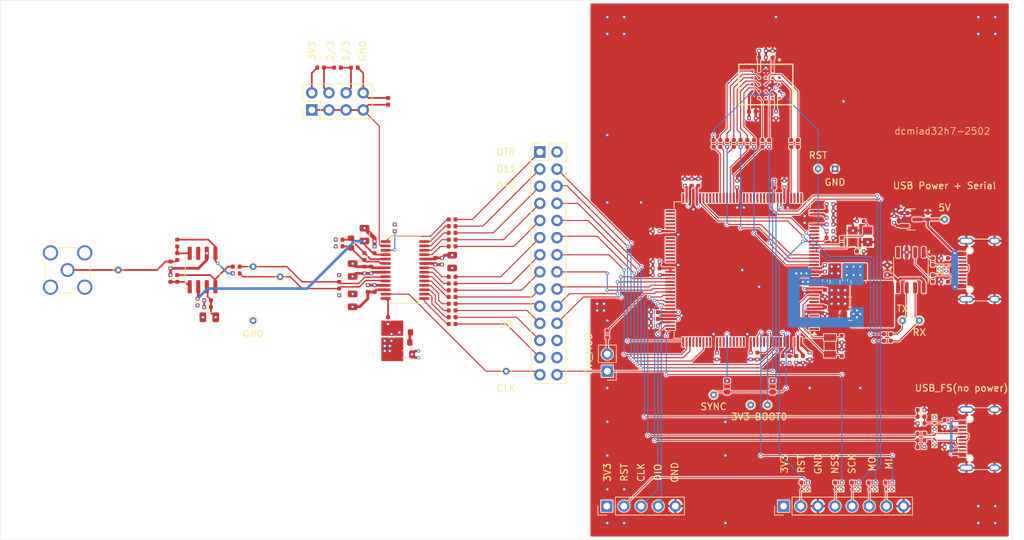
<source format=kicad_pcb>
(kicad_pcb (version 20240108) (generator "pcbnew") (generator_version "8.0")
  (layers (0 "F.Cu" signal) (1 "In1.Cu" signal) (2 "In2.Cu" signal) (31 "B.Cu" signal) (34 "B.Paste" user) (35 "F.Paste" user) (36 "B.SilkS" user "B.Silkscreen") (37 "F.SilkS" user "F.Silkscreen") (38 "B.Mask" user) (39 "F.Mask" user) (44 "Edge.Cuts" user))
  (net 0 "")
  (net 1 "+3.3V")
  (net 2 "GND")
  (net 3 "/digital/VCORE")
  (net 4 "Net-(U2-VLXSMPS)")
  (net 5 "Net-(U1-CK_N)")
  (net 21 "/FS_USB_DET")
  (net 24 "Net-(D6-A2)")
  (net 27 "Net-(D7-A2)")
  (net 39 "Net-(D8-A2)")
  (net 70 "/digital/DCMI_D9")
  (net 71 "/digital/DCMI_HSYNC")
  (net 72 "/digital/DCMI_D3")
  (net 74 "/digital/DCMI_D1")
  (net 75 "/digital/DCMI_VSYNC")
  (net 76 "/digital/DCMI_D4")
  (net 77 "/digital/DCMI_D6")
  (net 78 "/digital/DCMI_D0")
  (net 79 "/digital/DCMI_D8")
  (net 80 "/digital/DCMI_D5")
  (net 81 "/digital/DCMI_D2")
  (net 82 "/digital/DCMI_D7")
  (net 83 "Net-(D1-A2)")
  (net 84 "/digital/OCTOSPI_CLK")
  (net 85 "Net-(J3-CC2)")
  (net 86 "/digital/OCTOSPI_IO6")
  (net 87 "Net-(J3-CC1)")
  (net 88 "/digital/OCTOSPI_IO7")
  (net 89 "/digital/OCTOSPI_IO5")
  (net 90 "/digital/OCTOSPI_IO4")
  (net 91 "/digital/OCTOSPI_DQS")
  (net 92 "Net-(U1-DQ0)")
  (net 93 "Net-(U1-DQ1)")
  (net 94 "Net-(U1-DQ2)")
  (net 95 "Net-(U1-DQ3)")
  (net 96 "Net-(U1-DQ4)")
  (net 97 "Net-(U1-DQ5)")
  (net 98 "Net-(U1-DQ6)")
  (net 99 "Net-(U1-DQ7)")
  (net 100 "Net-(U1-RWDS)")
  (net 101 "Net-(U1-CS_N)")
  (net 102 "/digital/OCTOSPI_NCS")
  (net 103 "Net-(U1-CK)")
  (net 104 "+3.3VADC")
  (net 105 "/analog/VREF")
  (net 106 "Net-(U4-REFT)")
  (net 107 "Net-(U4-REFB)")
  (net 108 "/analog/MODE")
  (net 109 "/analog/VIN+")
  (net 110 "/analog/VIN-")
  (net 111 "/analog/D11")
  (net 112 "Net-(U4-OTR)")
  (net 113 "/analog/OTR")
  (net 114 "Net-(U4-D11_MSB)")
  (net 115 "Net-(U4-D10)")
  (net 116 "/analog/D0")
  (net 118 "Net-(U4-D9)")
  (net 119 "/analog/D3")
  (net 120 "Net-(U4-D8)")
  (net 121 "/analog/D4")
  (net 122 "Net-(U4-D7)")
  (net 123 "Net-(U4-D6)")
  (net 124 "/analog/D8")
  (net 125 "Net-(U4-D5)")
  (net 127 "Net-(U4-D4)")
  (net 128 "/analog/D5")
  (net 129 "Net-(U4-D3)")
  (net 130 "/analog/D6")
  (net 131 "Net-(U4-D2)")
  (net 132 "/analog/D10")
  (net 133 "Net-(U4-D1)")
  (net 134 "/analog/D9")
  (net 135 "Net-(U4-D0_LSB)")
  (net 136 "/analog/CLK")
  (net 137 "Net-(D2-A2)")
  (net 138 "/analog/D2")
  (net 139 "/analog/SENSE")
  (net 140 "/analog/PWDN")
  (net 141 "Net-(J1-Pin_4)")
  (net 142 "Net-(J1-Pin_6)")
  (net 143 "Net-(U3-+OUT)")
  (net 144 "Net-(U3--OUT)")
  (net 145 "Net-(U3--IN)")
  (net 146 "Net-(U3-+IN)")
  (net 147 "Net-(J2-In)")
  (net 149 "Net-(C30-Pad2)")
  (net 152 "/CH340_TX")
  (net 153 "/CH340_RX")
  (net 154 "/digital/STM32_SWDIO")
  (net 155 "/digital/STM32_NRST")
  (net 156 "/digital/STM32_SWCLK")
  (net 158 "/analog/D1")
  (net 159 "/analog/D7")
  (net 160 "/digital/OCTOSPI_IO0")
  (net 161 "/digital/OCTOSPI_IO1")
  (net 162 "/digital/OCTOSPI_IO2")
  (net 163 "/digital/OCTOSPI_IO3")
  (net 164 "/digital/DCMI_PIXCLK")
  (net 165 "Net-(U2-PA6)")
  (net 170 "Net-(D3-A2)")
  (net 171 "Net-(D4-A2)")
  (net 172 "Net-(D5-A2)")
  (net 173 "/digital/SPI1_NSS")
  (net 174 "/digital/SPI1_SCK")
  (net 175 "/digital/SPI1_MOSI")
  (net 176 "/digital/SPI1_MISO")
  (net 177 "Net-(U5-TXD)")
  (net 178 "Net-(U5-RXD)")
  (net 179 "/digital/OSC_IN")
  (net 180 "/digital/OSC32_IN")
  (net 181 "/digital/OSC32_OUT")
  (net 182 "Net-(C61-Pad1)")
  (net 183 "/digital/OSC_OUT")
  (net 184 "Net-(J6-CC2)")
  (net 185 "Net-(J6-VBUS-PadA4)")
  (net 187 "Net-(J6-CC1)")
  (net 188 "/digital/PDR_ON")
  (net 189 "/FS_USB_DM")
  (net 190 "/FS_USB_DP")
  (net 191 "/digital/STM32_BOOT0")
  (net 192 "Net-(D9-A2)")
  (net 193 "Net-(D10-A2)")
  (net 194 "Net-(U5-UD+)")
  (net 195 "Net-(U5-UD-)")
  (net 196 "+5V")
  (net 197 "/digital/SYNC")
  (net 198 "/digital/TIM1CH1_MCO")
  (net 199 "Net-(J8-Pin_2)")
  (footprint "Abacus:C_0402_1005Metric_for_0.25mm_grid" (layer "F.Cu") (at 163 67.5)
    (property "Reference" "C49" (hide yes))
    (property "Value" "1u,10%,25V")
  )
  (footprint "Abacus:C_0402_1005Metric_for_0.25mm_grid" (layer "F.Cu") (at 172.25 101.6 -90)
    (property "Reference" "C14" (hide yes))
    (property "Value" "100n,10%,16V")
  )
  (footprint "Abacus:C_0603_1608Metric_1.28x0.64mm_Courtyard" (layer "F.Cu") (at 110 110.75)
    (property "Reference" "C30" (hide yes))
    (property "Value" "1u,10%,50V")
  )
  (footprint "Abacus:C_0402_1005Metric_for_0.25mm_grid" (layer "F.Cu") (at 182.5 92.5 90)
    (property "Reference" "C64" (hide yes))
    (property "Value" "1u,10%,25V")
  )
  (footprint "Abacus:C_0402_1005Metric_for_0.25mm_grid" (layer "F.Cu") (at 159.25 87.25 90)
    (property "Reference" "C9" (hide yes))
    (property "Value" "100n,10%,16V")
  )
  (footprint "Abacus:C_0402_1005Metric_for_0.25mm_grid" (layer "F.Cu") (at 174.75 110.25 -90)
    (property "Reference" "C59" (hide yes))
    (property "Value" "22p,5%,50V")
  )
  (footprint "Abacus:C_0402_1005Metric_for_0.25mm_grid" (layer "F.Cu") (at 147.25 98.75 180)
    (property "Reference" "C54" (hide yes))
    (property "Value" "1u,10%,25V")
  )
  (footprint "Abacus:C_0402_1005Metric_for_0.25mm_grid" (layer "F.Cu") (at 105.5 97 90)
    (property "Reference" "C31" (hide yes))
    (property "Value" "100n,10%,16V")
  )
  (footprint "Abacus:R_0402_1005Metric_for_0.25mm_grid" (layer "F.Cu") (at 164 81.25 -90)
    (property "Reference" "R4" (hide yes))
    (property "Value" "33R,1%")
  )
  (footprint "Abacus:R_0402_1005Metric_for_0.25mm_grid" (layer "F.Cu") (at 190 101.75 180)
    (property "Reference" "R40" (hide yes))
    (property "Value" "5.1k,1%")
  )
  (footprint "Capacitor_SMD:C_0805_2012Metric" (layer "F.Cu") (at 173.75 101.75 -90)
    (property "Reference" "C15" (hide yes))
    (property "Value" "10u,10%,50V")
  )
  (footprint "Capacitor_SMD:C_0805_2012Metric" (layer "F.Cu") (at 176 104.75 180)
    (property "Reference" "C16" (hide yes))
    (property "Value" "10u,10%,50V")
  )
  (footprint "Abacus:C_0402_1005Metric_for_0.25mm_grid" (layer "F.Cu") (at 147.25 99.75 180)
    (property "Reference" "C55" (hide yes))
    (property "Value" "100n,10%,16V")
  )
  (footprint "TestPoint:TestPoint_THTPad_D1.0mm_Drill0.5mm" (layer "F.Cu") (at 173.75 85)
    (property "Reference" "TP3" (hide yes))
    (property "Value" "TestPoint")
  )
  (footprint "Abacus:R_0402_1005Metric_for_0.25mm_grid" (layer "F.Cu") (at 117 102)
    (property "Reference" "R19" (hide yes))
    (property "Value" "100R,1%")
  )
  (footprint "Abacus:C_0402_1005Metric_for_0.25mm_grid" (layer "F.Cu") (at 115.5 98.7 -90)
    (property "Reference" "C137" (hide yes))
    (property "Value" "100n,10%,16V")
  )
  (footprint "Abacus:BGA-24_6x8mm_Layout5x5_P1.0mm" (layer "F.Cu") (at 163.5 72.5 -90)
    (property "Reference" "U1" (hide yes))
    (property "Value" "S27KL0642DPBHI020")
  )
  (footprint "Abacus:R_0402_1005Metric_for_0.25mm_grid" (layer "F.Cu") (at 173 94.25 180)
    (property "Reference" "R52" (hide yes))
    (property "Value" "10k,1%")
  )
  (footprint "Abacus:C_0402_1005Metric_for_0.25mm_grid" (layer "F.Cu") (at 161.5 77.5)
    (property "Reference" "C48" (hide yes))
    (property "Value" "1u,10%,25V")
  )
  (footprint "Abacus:C_0402_1005Metric_for_0.25mm_grid" (layer "F.Cu") (at 175.25 101.5 -90)
    (property "Reference" "C18" (hide yes))
    (property "Value" "220p,10%,50V")
  )
  (footprint "Package_TO_SOT_SMD:SOT-23" (layer "F.Cu") (at 185 92.5)
    (property "Reference" "U6" (hide yes))
    (property "Value" "XC6206P332MR-G")
  )
  (footprint "Abacus:R_0402_1005Metric_for_0.25mm_grid" (layer "F.Cu") (at 190.5 122.25 180)
    (property "Reference" "R62" (hide yes))
    (property "Value" "100k,1%")
  )
  (footprint "Abacus:R_0402_1005Metric_for_0.25mm_grid" (layer "F.Cu") (at 176.75 131.5 180)
    (property "Reference" "R48" (hide yes))
    (property "Value" "22R,1%")
  )
  (footprint "Capacitor_SMD:C_0805_2012Metric" (layer "F.Cu") (at 102.25 100 -90)
    (property "Reference" "C25" (hide yes))
    (property "Value" "10u,10%,50V")
  )
  (footprint "Abacus:R_0402_1005Metric_for_0.25mm_grid" (layer "F.Cu") (at 161.75 81.25 -90)
    (property "Reference" "R5" (hide yes))
    (property "Value" "33R,1%")
  )
  (footprint "Abacus:C_0402_1005Metric_for_0.25mm_grid" (layer "F.Cu") (at 108 110 90)
    (property "Reference" "C29" (hide yes))
    (property "Value" "10n,50V")
  )
  (footprint "Abacus:C_0402_1005Metric_for_0.25mm_grid" (layer "F.Cu") (at 173 91.25)
    (property "Reference" "C52" (hide yes))
    (property "Value" "100n,10%,16V")
  )
  (footprint "Abacus:C_0402_1005Metric_for_0.25mm_grid" (layer "F.Cu") (at 147 107.25 180)
    (property "Reference" "C45" (hide yes))
    (property "Value" "100n,10%,16V")
  )
  (footprint "Abacus:C_0402_1005Metric_for_0.25mm_grid" (layer "F.Cu") (at 172.25 106 -90)
    (property "Reference" "C1" (hide yes))
    (property "Value" "100n,10%,16V")
  )
  (footprint "Abacus:C_0402_1005Metric_for_0.25mm_grid" (layer "F.Cu") (at 152.5 87 90)
    (property "Reference" "C44" (hide yes))
    (property "Value" "100n,10%,16V")
  )
  (footprint "Abacus:C_0402_1005Metric_for_0.25mm_grid" (layer "F.Cu") (at 187.5 92 90)
    (property "Reference" "C63" (hide yes))
    (property "Value" "1u,10%,25V")
  )
  (footprint "Package_SO:SOP-8_3.9x4.9mm_P1.27mm" (layer "F.Cu") (at 185 100 -90)
    (property "Reference" "U5" (hide yes))
    (property "Value" "CH340N")
  )
  (footprint "TestPoint:TestPoint_THTPad_D1.0mm_Drill0.5mm" (layer "F.Cu") (at 91.5 101)
    (property "Reference" "TP10" (hide yes))
    (property "Value" "TestPoint")
  )
  (footprint "Abacus:R_0402_1005Metric_for_0.25mm_grid" (layer "F.Cu") (at 117 106)
    (property "Reference" "R23" (hide yes))
    (property "Value" "100R,1%")
  )
  (footprint "TestPoint:TestPoint_THTPad_D1.0mm_Drill0.5mm" (layer "F.Cu") (at 125 115)
    (property "Reference" "TP12" (hide yes))
    (property "Value" "TestPoint")
  )
  (footprint "TestPoint:TestPoint_THTPad_D1.0mm_Drill0.5mm" (layer "F.Cu") (at 183.75 107.5)
    (property "Reference" "TP1" (hide yes))
    (property "Value" "TestPoint")
  )
  (footprint "Abacus:R_0402_1005Metric_for_0.25mm_grid" (layer "F.Cu") (at 186.5 124.25 180)
    (property "Reference" "R58" (hide yes))
    (property "Value" "22R,1%")
  )
  (footprint "Abacus:R_0402_1005Metric_for_0.25mm_grid" (layer "F.Cu") (at 76.25 98 90)
    (property "Reference" "R36" (hide yes))
    (property "Value" "499R,1%")
  )
  (footprint "Abacus:C_0402_1005Metric_for_0.25mm_grid" (layer "F.Cu") (at 166.25 87.25 90)
    (property "Reference" "C10" (hide yes))
    (property "Value" "100n,10%,16V")
  )
  (footprint "Abacus:C_0402_1005Metric_for_0.25mm_grid" (layer "F.Cu") (at 177.5 97.25)
    (property "Reference" "C58" (hide yes))
    (property "Value" "22p,5%,50V")
  )
  (footprint "Abacus:R_0402_1005Metric_for_0.25mm_grid" (layer "F.Cu") (at 108.5 93.75 90)
    (property "Reference" "R27" (hide yes))
    (property "Value" "1k,1%")
  )
  (footprint "TestPoint:TestPoint_THTPad_D1.0mm_Drill0.5mm" (layer "F.Cu") (at 87.5 107.5)
    (property "Reference" "TP13" (hide yes))
    (property "Value" "TestPoint")
  )
  (footprint "Abacus:R_0603_1608Metric_1.28x0.64mm_Courtyard" (layer "F.Cu") (at 110 109.25 180)
    (property "Reference" "R39" (hide yes))
    (property "Value" "2R,1%")
  )
  (footprint "Abacus:C_0402_1005Metric_for_0.25mm_grid" (layer "F.Cu") (at 80.75 104.5 180)
    (property "Reference" "C43" (hide yes))
    (property "Value" "10n,10%,10V")
  )
  (footprint "Connector_PinHeader_2.54mm:PinHeader_2x04_P2.54mm_Vertical" (layer "F.Cu") (at 96.2 76.275 90)
    (property "Reference" "J1" (hide yes))
    (property "Value" "Conn_02x04_Odd_Even")
  )
  (footprint "Abacus:C_0402_1005Metric_for_0.25mm_grid" (layer "F.Cu") (at 156.25 112.75 -90)
    (property "Reference" "C4" (hide yes))
    (property "Value" "100n,10%,16V")
  )
  (footprint "TestPoint:TestPoint_THTPad_D1.0mm_Drill0.5mm" (layer "F.Cu") (at 161.25 120)
    (property "Reference" "TP6" (hide yes))
    (property "Value" "TestPoint")
  )
  (footprint "Abacus:USB_C_Receptacle_XKB_U262-16XN-4BVC11" (layer "F.Cu") (at 196 100 90)
    (property "Reference" "J3" (hide yes))
    (property "Value" "USB_C_U262-161N-4BVC11")
  )
  (footprint "Abacus:C_0402_1005Metric_for_0.25mm_grid" (layer "F.Cu") (at 161.5 76.5)
    (property "Reference" "C50" (hide yes))
    (property "Value" "100n,10%,16V")
  )
  (footprint "TestPoint:TestPoint_THTPad_D1.0mm_Drill0.5mm" (layer "F.Cu") (at 87.5 99.5)
    (property "Reference" "TP9" (hide yes))
    (property "Value" "TestPoint")
  )
  (footprint "Abacus:R_0402_1005Metric_for_0.25mm_grid" (layer "F.Cu") (at 168 113.25 -90)
    (property "Reference" "R55" (hide yes))
    (property "Value" "10k,1%")
  )
  (footprint "Abacus:R_0402_1005Metric_for_0.25mm_grid" (layer "F.Cu") (at 117 95.5)
    (property "Reference" "R16" (hide yes))
    (property "Value" "100R,1%")
  )
  (footprint "Abacus:R_0402_1005Metric_for_0.25mm_grid" (layer "F.Cu") (at 85 99.5)
    (property "Reference" "R32" (hide yes))
    (property "Value" "22R,1%")
  )
  (footprint "Abacus:C_0402_1005Metric_for_0.25mm_grid" (layer "F.Cu") (at 186.5 120.75)
    (property "Reference" "C62" (hide yes))
    (property "Value" "100n,10%,50V")
  )
  (footprint "Abacus:R_0402_1005Metric_for_0.25mm_grid" (layer "F.Cu") (at 181.5 110.5 180)
    (property "Reference" "R45" (hide yes))
    (property "Value" "0R,1%")
  )
  (footprint "TestPoint:TestPoint_THTPad_D1.0mm_Drill0.5mm" (layer "F.Cu") (at 186.25 107.5)
    (property "Reference" "TP2" (hide yes))
    (property "Value" "TestPoint")
  )
  (footprint "Abacus:C_0402_1005Metric_for_0.25mm_grid" (layer "F.Cu") (at 147 108.25 180)
    (property "Reference" "C5" (hide yes))
    (property "Value" "100n,10%,16V")
  )
  (footprint "Capacitor_SMD:C_0805_2012Metric" (layer "F.Cu") (at 81 107 180)
    (property "Reference" "C41" (hide yes))
    (property "Value" "10u,10%,50V")
  )
  (footprint "Abacus:C_0402_1005Metric_for_0.25mm_grid" (layer "F.Cu") (at 172.25 103.45 -90)
    (property "Reference" "C13" (hide yes))
    (property "Value" "100n,10%,16V")
  )
  (footprint "Abacus:C_0402_1005Metric_for_0.25mm_grid" (layer "F.Cu") (at 104 100 -90)
    (property "Reference" "C26" (hide yes))
    (property "Value" "100n,10%,16V")
  )
  (footprint "Abacus:R_0402_1005Metric_for_0.25mm_grid" (layer "F.Cu") (at 117 94.5)
    (property "Reference" "R15" (hide yes))
    (property "Value" "100R,1%")
  )
  (footprint "Abacus:R_0402_1005Metric_for_0.25mm_grid" (layer "F.Cu") (at 117 93.5)
    (property "Reference" "R14" (hide yes))
    (property "Value" "100R,1%")
  )
  (footprint "Crystal:Crystal_SMD_3225-4Pin_3.2x2.5mm" (layer "F.Cu") (at 177.5 95)
    (property "Reference" "Y2" (hide yes))
    (property "Value" "25M,10ppm,12p")
  )
  (footprint "Abacus:R_0402_1005Metric_for_0.25mm_grid" (layer "F.Cu") (at 188.25 98.75 90)
    (property "Reference" "R42" (hide yes))
    (property "Value" "22R,1%")
  )
  (footprint "Abacus:R_0603_1608Metric_1.28x0.64mm_Courtyard" (layer "F.Cu") (at 164.5 117.25 -90)
    (property "Reference" "R64" (hide yes))
    (property "Value" "0R,1%")
  )
  (footprint "Diode_SMD:D_SOD-923" (layer "F.Cu") (at 169.25 132.5 180)
    (property "Reference" "D1" (hide yes))
    (property "Value" "3.3V,15p")
  )
  (footprint "Abacus:R_0402_1005Metric_for_0.25mm_grid" (layer "F.Cu") (at 157.75 81.25 -90)
    (property "Reference" "R3" (hide yes))
    (property "Value" "33R,1%")
  )
  (footprint "Abacus:R_0402_1005Metric_for_0.25mm_grid" (layer "F.Cu") (at 100 70 180)
    (property "Reference" "R30" (hide yes))
    (property "Value" "1k,1%")
  )
  (footprint "Abacus:C_0402_1005Metric_for_0.25mm_grid" (layer "F.Cu") (at 153.5 87 90)
    (property "Reference" "C21" (hide yes))
    (property "Value" "100n,10%,16V")
  )
  (footprint "Abacus:C_0402_1005Metric_for_0.25mm_grid" (layer "F.Cu") (at 104.5 102.75 90)
    (property "Reference" "C23" (hide yes))
    (property "Value" "100n,10%,16V")
  )
  (footprint "Connector_PinHeader_2.54mm:PinHeader_1x02_P2.54mm_Vertical" (layer "F.Cu") (at 140 115 180)
    (property "Reference" "J8" (hide yes))
    (property "Value" "Conn_01x02")
  )
  (footprint "Abacus:R_0402_1005Metric_for_0.25mm_grid" (layer "F.Cu") (at 186.5 125.25 180)
    (property "Reference" "R59" (hide yes))
    (property "Value" "22R,1%")
  )
  (footprint "Diode_SMD:D_SOD-923" (layer "F.Cu") (at 188.5 122.25 -90)
    (property "Reference" "D8" (hide yes))
    (property "Value" "3.3V,15p")
  )
  (footprint "Abacus:C_0402_1005Metric_for_0.25mm_grid" (layer "F.Cu") (at 173 92.25)
    (property "Reference" "C57" (hide yes))
    (property "Value" "100n,10%,16V")
  )
  (footprint "Abacus:C_0402_1005Metric_for_0.25mm_grid" (layer "F.Cu") (at 173 90.25)
    (property "Reference" "C53" (hide yes))
    (property "Value" "1u,10%,25V")
  )
  (footprint "Abacus:R_0603_1608Metric_1.28x0.64mm_Courtyard" (layer "F.Cu") (at 157.75 117.25 -90)
    (property "Reference" "R65" (hide yes))
    (property "Value" "0R,1%")
  )
  (footprint "Package_QFP:LQFP-144_20x20mm_P0.5mm" (layer "F.Cu") (at 160 100 180)
    (property "Reference" "U2" (hide yes))
    (property "Value" "STM32H725ZGTx")
  )
  (footprint "Abacus:R_0402_1005Metric_for_0.25mm_grid" (layer "F.Cu") (at 167 113.25 90)
    (property "Reference" "R54" (hide yes))
    (property "Value" "10k,1%")
  )
  (footprint "Abacus:R_0402_1005Metric_for_0.25mm_grid" (layer "F.Cu") (at 156.75 81.25 -90)
    (property "Reference" "R9" (hide yes))
    (property "Value" "33R,1%")
  )
  (footprint "Abacus:R_0402_1005Metric_for_0.25mm_grid" (layer "F.Cu") (at 190.5 123.25 180)
    (property "Reference" "R57" (hide yes))
    (property "Value" "5.1k,1%")
  )
  (footprint "Capacitor_SMD:C_0805_2012Metric" (layer "F.Cu") (at 176 106.75 180)
    (property "Reference" "C17" (hide yes))
    (property "Value" "10u,10%,50V")
  )
  (footprint "Abacus:C_0402_1005Metric_for_0.25mm_grid" (layer "F.Cu") (at 100.25 95.5 180)
    (property "Reference" "C34" (hide yes))
    (property "Value" "100n,10%,16V")
  )
  (footprint "Abacus:R_0402_1005Metric_for_0.25mm_grid" (layer "F.Cu") (at 164.75 87.25 90)
    (property "Reference" "R46" (hide yes))
    (property "Value" "22R,1%")
  )
  (footprint "Abacus:R_0402_1005Metric_for_0.25mm_grid" (layer "F.Cu") (at 159.75 81.25 -90)
    (property "Reference" "R2" (hide yes))
    (property "Value" "33R,1%")
  )
  (footprint "TestPoint:TestPoint_THTPad_D1.0mm_Drill0.5mm" (layer "F.Cu") (at 163.75 120)
    (property "Reference" "TP5" (hide yes))
    (property "Value" "TestPoint")
  )
  (footprint "Abacus:C_0402_1005Metric_for_0.25mm_grid" (layer "F.Cu") (at 163 68.5)
    (property "Reference" "C51" (hide yes))
    (property "Value" "100n,10%,16V")
  )
  (footprint "Abacus:R_0402_1005Metric_for_0.25mm_grid" (layer "F.Cu") (at 162.25 112.75 -90)
    (property "Reference" "R53" (hide yes))
    (property "Value" "10k,1%")
  )
  (footprint "Abacus:C_0402_1005Metric_for_0.25mm_grid" (layer "F.Cu") (at 169 113.25 -90)
    (property "Reference" "C46" (hide yes))
    (property "Value" "100n,10%,16V")
  )
  (footprint "Capacitor_SMD:C_0805_2012Metric" (layer "F.Cu") (at 104 94.75 90)
    (property "Reference" "C32" (hide yes))
    (property "Value" "10u,10%,50V")
  )
  (footprint "Package_SO:TSSOP-28_4.4x9.7mm_P0.65mm" (layer "F.Cu") (at 110 100)
    (property "Reference" "U4" (hide yes))
    (property "Value" "AD9235BRUZ-40")
  )
  (footprint "Abacus:C_0402_1005Metric_for_0.25mm_grid" (layer "F.Cu") (at 147.25 100.75 180)
    (property "Reference" "C6" (hide yes))
    (property "Value" "100n,10%,16V")
  )
  (footprint "Abacus:R_0402_1005Metric_for_0.25mm_grid" (layer "F.Cu") (at 167.25 81.25 90)
    (property "Reference" "R12" (hide yes))
    (property "Value" "33R,1%")
  )
  (footprint "Abacus:C_0402_1005Metric_for_0.25mm_grid" (layer "F.Cu") (at 174.75 112.25 90)
    (property "Reference" "C60" (hide yes))
    (property "Value" "22p,5%,50V")
  )
  (footprint "Abacus:C_0402_1005Metric_for_0.25mm_grid" (layer "F.Cu") (at 114.5 98.7 -90)
    (property "Reference" "C140" (hide yes))
    (property "Value" "10n,10%,10V")
  )
  (footprint "Abacus:R_0402_1005Metric_for_0.25mm_grid" (layer "F.Cu") (at 117 101)
    (property "Reference" "R18" (hide yes))
    (property "Value" "100R,1%")
  )
  (footprint "Abacus:C_0402_1005Metric_for_0.25mm_grid" (layer "F.Cu") (at 173 93.25)
    (property "Reference" "C11" (hide yes))
    (property "Value" "100n,10%,16V")
  )
  (footprint "Abacus:R_0402_1005Metric_for_0.25mm_grid" (layer "F.Cu") (at 117 96.5)
    (property "Reference" "R17" (hide yes))
    (property "Value" "100R,1%")
  )
  (footprint "Abacus:C_0402_1005Metric_for_0.25mm_grid" (layer "F.Cu") (at 165 77 -90)
    (property "Reference" "C47" (hide yes))
    (property "Value" "2.2u,20%,6.3V")
  )
  (footprint "Abacus:C_0402_1005Metric_for_0.25mm_grid" (layer "F.Cu") (at 151.5 87 90)
    (property "Reference" "C8" (hide yes))
    (property "Value" "100n,10%,16V")
  )
  (footprint "Abacus:R_0402_1005Metric_for_0.25mm_grid" (layer "F.Cu") (at 174.25 131.5 180)
    (property "Reference" "R47" (hide yes))
    (property "Value" "22R,1%")
  )
  (footprint "Diode_SMD:D_SOD-923" (layer "F.Cu") (at 174.25 132.5 180)
    (property "Reference" "D2" (hide yes))
    (property "Value" "3.3V,15p")
  )
  (footprint "Abacus:R_0402_1005Metric_for_0.25mm_grid" (layer "F.Cu") (at 117 107)
    (property "Reference" "R24" (hide yes))
    (property "Value" "100R,1%")
  )
  (footprint "Abacus:R_0402_1005Metric_for_0.25mm_grid" (layer "F.Cu") (at 102.5 70 180)
    (property "Reference" "R31" (hide yes))
    (property "Value" "1k,1%")
  )
  (footprint "Inductor_SMD:L_1008_2520Metric" (layer "F.Cu") (at 177.25 101.75 90)
    (property "Reference" "L1" (hide yes))
    (property "Value" "2.2uH,20%,3A")
  )
  (footprint "Diode_SMD:D_SOD-923" (layer "F.Cu") (at 176.75 132.5 180)
    (property "Reference" "D3" (hide yes))
    (property "Value" "3.3V,15p")
  )
  (footprint "Abacus:R_0402_1005Metric_for_0.25mm_grid" (layer "F.Cu") (at 163 81.25 -90)
    (property "Reference" "R6" (hide yes))
    (property "Value" "33R,1%")
  )
  (footprint "Diode_SMD:D_SOD-923" (layer "F.Cu") (at 181.75 132.5 180)
    (property "Reference" "D5" (hide yes))
    (property "Value" "3.3V,15p")
  )
  (footprint "Abacus:R_0402_1005Metric_for_0.25mm_grid" (layer "F.Cu") (at 97.5 70 180)
    (property "Reference" "R29" (hide yes))
    (property "Value" "1k,1%")
  )
  (footprint "Abacus:USB_C_Receptacle_XKB_U262-16XN-4BVC11" (layer "F.Cu") (at 196 125 90)
    (property "Reference" "J6" (hide yes))
    (property "Value" "USB_C_U262-161N-4BVC11")
  )
  (footprint "Abacus:C_0402_1005Metric_for_0.25mm_grid" (layer "F.Cu") (at 161.25 112.75 -90)
    (property "Reference" "C3" (hide yes))
    (property "Value" "100n,10%,16V")
  )
  (footprint "TestPoint:TestPoint_THTPad_D1.0mm_Drill0.5mm" (layer "F.Cu") (at 190 92.5)
    (property "Reference" "TP7" (hide yes))
    (property "Value" "TestPoint")
  )
  (footprint "Abacus:C_0402_1005Metric_for_0.25mm_grid" (layer "F.Cu") (at 104 98 -90)
    (property "Reference" "C33" (hide yes))
    (property "Value" "100n,10%,16V")
  )
  (footprint "Abacus:C_0402_1005Metric_for_0.25mm_grid" (layer "F.Cu") (at 100.25 101.25 90)
    (property "Reference" "C39" (hide yes))
    (property "Value" "15p,5%,50V")
  )
  (footprint "Abacus:R_0402_1005Metric_for_0.25mm_grid" (layer "F.Cu") (at 179.25 131.5 180)
    (property "Reference" "R49" (hide yes))
    (property "Value" "22R,1%")
  )
  (footprint "Abacus:R_0402_1005Metric_for_0.25mm_grid" (layer "F.Cu") (at 117 92.5)
    (property "Reference" "R13" (hide yes))
    (property "Value" "100R,1%")
  )
  (footprint "Abacus:R_0402_1005Metric_for_0.25mm_grid" (layer "F.Cu") (at 75.25 99.25 -90)
    (property "Reference" "R37" (hide yes))
    (property "Value" "49.9R,1%")
  )
  (footprint "Inductor_SMD:L_0805_2012Metric" (layer "F.Cu") (at 110 112.5)
    (property "Reference" "FB1" (hide yes))
    (property "Value" "600R@100MHz")
  )
  (footprint "Abacus:R_0402_1005Metric_for_0.25mm_grid" (layer "F.Cu") (at 190.5 126.25 180)
    (property "Reference" "R56" (hide yes))
    (property "Value" "5.1k,1%")
  )
  (footprint "Abacus:C_0402_1005Metric_for_0.25mm_grid" (layer "F.Cu") (at 80.75 105.5 180)
    (property "Reference" "C42" (hide yes))
    (property "Value" "100n,10%,16V")
  )
  (footprint "Abacus:R_0402_1005Metric_for_0.25mm_grid" (layer "F.Cu") (at 169.25 131.5 180)
    (property "Reference" "R26" (hide yes))
    (property "Value" "22R,1%")
  )
  (footprint "Crystal:Crystal_SMD_3215-2Pin_3.2x1.5mm" (layer "F.Cu") (at 173 111.25 90)
    (property "Reference" "Y3" (hide yes))
    (property "Value" "32.768kHz,20ppm,12.5p")
  )
  (footprint "Abacus:R_0402_1005Metric_for_0.25mm_grid" (layer "F.Cu") (at 158.75 81.25 -90)
    (property "Reference" "R8" (hide yes))
    (property "Value" "33R,1%")
  )
  (footprint "Abacus:R_0402_1005Metric_for_0.25mm_grid" (layer "F.Cu") (at 107.5 107.5 -90)
    (property "Reference" "R28" (hide yes))
    (property "Value" "1k,1%")
  )
  (footprint "Abacus:R_0402_1005Metric_for_0.25mm_grid" (layer "F.Cu") (at 181.5 109.5 180)
    (property "Reference" "R44" (hide yes))
    (property "Value" "0R,1%")
  )
  (footprint "Abacus:R_0402_1005Metric_for_0.25mm_grid" (layer "F.Cu") (at 186.5 121.75 180)
    (property "Reference" "R63" (hide yes))
    (property "Value" "100R,1%")
  )
  (footprint "Package_SO:SOIC-8_3.9x4.9mm_P1.27mm" (layer "F.Cu") (at 80 100 90)
    (property "Reference" "U3" (hide yes))
    (property "Value" "AD8138ARZ")
  )
  (footprint "Abacus:R_0402_1005Metric_for_0.25mm_grid" (layer "F.Cu") (at 174.75 95.75 -90)
    (property "Reference" "R51" (hide yes))
    (property "Value" "0R,1%")
  )
  (footprint "Abacus:R_0402_1005Metric_for_0.25mm_grid" (layer "F.Cu") (at 140 109.5 -90)
    (property "Reference" "R66" (hide yes))
    (property "Value" "22R,1%")
  )
  (footprint "Abacus:R_0402_1005Metric_for_0.25mm_grid" (layer "F.Cu") (at 186.5 126.25 180)
    (property "Reference" "R60" (hide yes))
    (property "Value" "1.5k,1%")
  )
  (footprint "Diode_SMD:D_SOD-923" (layer "F.Cu") (at 188.5 125.5 90)
    (property "Reference" "D7" (hide yes))
    (property "Value" "3.3V,15p")
  )
  (footprint "Abacus:C_0603_1608Metric_1.28x0.64mm_Courtyard" (layer "F.Cu") (at 181.5 100 90)
    (property "Reference" "C28" (hide yes))
    (property "Value" "100n,10%,50V")
  )
  (footprint "Abacus:R_0402_1005Metric_for_0.25mm_grid" (layer "F.Cu") (at 168.25 81.25 -90)
    (property "Reference" "R10" (hide yes))
    (property "Value" "0R,1%")
  )
  (footprint "Abacus:C_0402_1005Metric_for_0.25mm_grid" (layer "F.Cu") (at 172.25 99.75 -90)
    (property "Reference" "C12" (hide yes))
    (property "Value" "100n,10%,16V")
  )
  (footprint "Abacus:R_0402_1005Metric_for_0.25mm_grid" (layer "F.Cu") (at 190 98.25 180)
    (property "Reference" "R41" (hide yes))
    (property "Value" "5.1k,1%")
  )
  (footprint "Abacus:R_0402_1005Metric_for_0.25mm_grid" (layer "F.Cu") (at 164.5 68 90)
    (property "Reference" "R1" (hide yes))
    (property "Value" "0R,1%")
  )
  (footprint "Abacus:C_0603_1608Metric_1.28x0.64mm_Courtyard" (layer "F.Cu") (at 102 96 -90)
    (property "Reference" "C36" (hide yes))
    (property "Value" "10u,±10%,10V")
  )
  (footprint "Connector_PinHeader_2.54mm:PinHeader_2x14_P2.54mm_Vertical" (layer "F.Cu") (at 130 82.5)
    (property "Reference" "J4" (hide yes))
    (property "Value" "Conn_02x14_Odd_Even")
  )
  (footprint "Abacus:R_0402_1005Metric_for_0.25mm_grid" (layer "F.Cu") (at 117 105)
    (property "Reference" "R22" (hide yes))
    (property "Value" "100R,1%")
  )
  (footprint "Abacus:R_0402_1005Metric_for_0.25mm_grid" (layer "F.Cu") (at 160.75 81.25 -90)
    (property "Reference" "R7" (hide yes))
    (property "Value" "33R,1%")
  )
  (footprint "Capacitor_SMD:C_0805_2012Metric" (layer "F.Cu") (at 117 98.75 -90)
    (property "Reference" "C101" (hide yes))
    (property "Value" "10u,10%,50V")
  )
  (footprint "Abacus:R_0402_1005Metric_for_0.25mm_grid" (layer "F.Cu") (at 117 108)
    (property "Reference" "R25" (hide yes))
    (property "Value" "100R,1%")
  )
  (footprint "Capacitor_SMD:C_0805_2012Metric" (layer "F.Cu") (at 102.25 104.5 90)
    (property "Reference" "C24" (hide yes))
    (property "Value" "10u,10%,50V")
  )
  (footprint "Abacus:R_0402_1005Metric_for_0.25mm_grid" (layer "F.Cu") (at 181.75 131.5 180)
    (property "Reference" "R50" (hide yes))
    (property "Value" "22R,1%")
  )
  (footprint "Abacus:R_0402_1005Metric_for_0.25mm_grid" (layer "F.Cu") (at 85 100.5)
    (property "Reference" "R33" (hide yes))
    (property "Value" "22R,1%")
  )
  (footprint "Abacus:C_0402_1005Metric_for_0.25mm_grid" (layer "F.Cu") (at 105 100 -90)
    (property "Reference" "C27" (hide yes))
    (property "Value" "10n,10%,10V")
  )
  (footprint "Abacus:C_0402_1005Metric_for_0.25mm_grid" (layer "F.Cu") (at 147.25 94.25 180)
    (property "Reference" "C7" (hide yes))
    (property "Value" "100n,10%,16V")
  )
  (footprint "Abacus:R_0402_1005Metric_for_0.25mm_grid" (layer "F.Cu") (at 117 103)
    (property "Reference" "R20" (hide yes))
    (property "Value" "100R,1%")
  )
  (footprint "Abacus:C_0402_1005Metric_for_0.25mm_grid" (layer "F.Cu") (at 100.25 103.25 -90)
    (property "Reference" "C40" (hide yes))
    (property "Value" "15p,5%,50V")
  )
  (footprint "Diode_SMD:D_SOD-923" (layer "F.Cu") (at 179.25 132.5 180)
    (property "Reference" "D4" (hide yes))
    (property "Value" "3.3V,15p")
  )
  (footprint "Connector_PinHeader_2.54mm:PinHeader_1x08_P2.54mm_Vertical" (layer "F.Cu") (at 166.125 135 90)
    (property "Reference" "J5" (hide yes))
    (property "Value" "Conn_01x08")
  )
  (footprint "Abacus:C_0402_1005Metric_for_0.25mm_grid" (layer "F.Cu") (at 177.5 92.75 180)
    (property "Reference" "C61" (hide yes))
    (property "Value" "22p,5%,50V")
  )
  (footprint "TestPoint:TestPoint_THTPad_D1.0mm_Drill0.5mm" (layer "F.Cu") (at 171.25 85)
    (property "Reference" "TP4" (hide yes))
    (property "Value" "TestPoint")
  )
  (footprint "Abacus:C_0402_1005Metric_for_0.25mm_grid" (layer "F.Cu") (at 105.5 102.75 90)
    (property "Reference" "C22" (hide yes))
    (property "Value" "10n,10%,10V")
  )
  (footprint "Abacus:R_0402_1005Metric_for_0.25mm_grid" (layer "F.Cu") (at 75.25 101.25 -90)
    (property "Reference" "R38" (hide yes))
    (property "Value" "523R,1%")
  )
  (footprint "Abacus:R_0402_1005Metric_for_0.25mm_grid" (layer "F.Cu") (at 188.25 101.25 -90)
    (property "Reference" "R43" (hide yes))
    (property "Value" "22R,1%")
  )
  (footprint "Connector_PinHeader_2.54mm:PinHeader_1x05_P2.54mm_Vertical" (layer "F.Cu") (at 139.925 135 90)
    (property "Reference" "J7" (hide yes))
    (property "Value" "Conn_01x05")
  )
  (footprint "Abacus:R_0402_1005Metric_for_0.25mm_grid" (layer "F.Cu") (at 155.75 81.25 90)
    (property "Reference" "R11" (hide yes))
    (property "Value" "0R,1%")
  )
  (footprint "Abacus:R_0402_1005Metric_for_0.25mm_grid" (layer "F.Cu") (at 76.25 96 90)
    (property "Reference" "R35" (hide yes))
    (property "Value" "499R,1%")
  )
  (footprint "Abacus:C_0402_1005Metric_for_0.25mm_grid" (layer "F.Cu") (at 166 113.25 -90)
    (property "Reference" "C19" (hide yes))
    (property "Value" "100n,10%,16V")
  )
  (footprint "TestPoint:TestPoint_THTPad_D1.0mm_Drill0.5mm" (layer "F.Cu") (at 155.75 118.5)
    (property "Reference" "TP8" (hide yes))
    (property "Value" "TestPoint")
  )
  (footprint "Abacus:R_0402_1005Metric_for_0.25mm_grid" (layer "F.Cu") (at 76.25 101.25 90)
    (property "Reference" "R34" (hide yes))
    (property "Value" "499R,1%")
  )
  (footprint "Diode_SMD:D_SOD-923" (layer "F.Cu") (at 188.5 124 -90)
    (property "Reference" "D6" (hide yes))
    (property "Value" "3.3V,15p")
  )
  (footprint "Abacus:C_0402_1005Metric_for_0.25mm_grid" (layer "F.Cu") (at 79.25 104.75 -90)
    (property "Reference" "C38" (hide yes))
    (property "Value" "100n,10%,16V")
  )
  (footprint "Diode_SMD:D_SOD-923" (layer "F.Cu") (at 189.25 100.25 -90)
    (property "Reference" "D10" (hide yes))
    (property "Value" "3.3V,15p")
  )
  (footprint "Abacus:R_0402_1005Metric_for_0.25mm_grid" (layer "F.Cu") (at 117 104)
    (property "Reference" "R21" (hide yes))
    (property "Value" "100R,1%")
  )
  (footprint "Abacus:C_0402_1005Metric_for_0.25mm_grid" (layer "F.Cu") (at 100.25 96.5 180)
    (property "Reference" "C35" (hide yes))
    (property "Value" "100n,10%,16V")
  )
  (footprint "Abacus:C_0402_1005Metric_for_0.25mm_grid" (layer "F.Cu") (at 170 112.75 -90)
    (property "Reference" "C2" (hide yes))
    (property "Value" "100n,10%,16V")
  )
  (footprint "Diode_SMD:D_SOD-923" (layer "F.Cu") (at 190.25 99.75 90)
    (property "Reference" "D9" (hide yes))
    (property "Value" "3.3V,15p")
  )
  (footprint "TestPoint:TestPoint_THTPad_D1.0mm_Drill0.5mm" (layer "F.Cu") (at 67.5 100)
    (property "Reference" "TP11" (hide yes))
    (property "Value" "TestPoint")
  )
  (footprint "Abacus:C_0402_1005Metric_for_0.25mm_grid" (layer "F.Cu") (at 173 95.25)
    (property "Reference" "C56" (hide yes))
    (property "Value" "100n,10%,16V")
  )
  (footprint "Abacus:C_0402_1005Metric_for_0.25mm_grid" (layer "F.Cu") (at 147 106.25 180)
    (property "Reference" "C20" (hide yes))
    (property "Value" "100n,10%,16V")
  )
  (footprint "Connector_Coaxial:SMA_Amphenol_901-144_Vertical" (layer "F.Cu") (at 60 100)
    (property "Reference" "J2" (hide yes))
    (property "Value" "Conn_Coaxial_Small")
  )
  (footprint "Abacus:C_0402_1005Metric_for_0.25mm_grid" (layer "F.Cu") (at 107.5 75 90)
    (property "Reference" "C37" (hide yes))
    (property "Value" "100n,10%,16V")
  )
  (footprint "Abacus:R_0402_1005Metric_for_0.25mm_grid" (layer "F.Cu") (at 186.5 122.75)
    (property "Reference" "R61" (hide yes))
    (property "Value" "200k,1%")
  )
  (gr_rect (start 50 60) (end 200 140) (stroke (width 0.05)) (fill none) (layer "Edge.Cuts"))
  (gr_text "3V3" (at 166.25 128.75 90) (layer "F.SilkS") (effects (font (size 1 1))))
  (gr_text "dcmiad32h7-2502" (at 182.5 80 0) (layer "F.SilkS") (effects (font (size 1 1) (thickness 0.1)) (justify left bottom)))
  (gr_text "GND" (at 173.75 87 0) (layer "F.SilkS") (effects (font (size 1 1))))
  (gr_text "RST" (at 171.25 83 0) (layer "F.SilkS") (effects (font (size 1 1))))
  (gr_text "GND" (at 103.75 67.5 90) (layer "F.SilkS") (effects (font (size 1 1))))
  (gr_text "MO" (at 179.25 128.75 90) (layer "F.SilkS") (effects (font (size 1 1))))
  (gr_text "BOOT0" (at 164.25 121.75 0) (layer "F.SilkS") (effects (font (size 1 1))))
  (gr_text "USB Power + Serial" (at 190 87.5 0) (layer "F.SilkS") (effects (font (size 1 1))))
  (gr_text "SYNC" (at 155.75 120.25 0) (layer "F.SilkS") (effects (font (size 1 1))))
  (gr_text "D2" (at 125 108 0) (layer "F.SilkS") (effects (font (size 1 1))))
  (gr_text "MI" (at 181.75 128.75 90) (layer "F.SilkS") (effects (font (size 1 1))))
  (gr_text "1/3" (at 101.25 67.5 90) (layer "F.SilkS") (effects (font (size 1 1))))
  (gr_text "CLK" (at 145 130 90) (layer "F.SilkS") (effects (font (size 1 1))))
  (gr_text "OTR" (at 125 82.5 0) (layer "F.SilkS") (effects (font (size 1 1))))
  (gr_text "GND" (at 87.5 109.5 0) (layer "F.SilkS") (effects (font (size 1 1))))
  (gr_text "3V3" (at 140 130 90) (layer "F.SilkS") (effects (font (size 1 1))))
  (gr_text "RST" (at 168.75 128.75 90) (layer "F.SilkS") (effects (font (size 1 1))))
  (gr_text "RST" (at 142.5 130 90) (layer "F.SilkS") (effects (font (size 1 1))))
  (gr_text "2/3" (at 99 67.5 90) (layer "F.SilkS") (effects (font (size 1 1))))
  (gr_text "GND" (at 150 130 90) (layer "F.SilkS") (effects (font (size 1 1))))
  (gr_text "TX" (at 183.75 105.75 0) (layer "F.SilkS") (effects (font (size 1 1))))
  (gr_text "SCK" (at 176.25 128.75 90) (layer "F.SilkS") (effects (font (size 1 1))))
  (gr_text "5V" (at 190 90.75 0) (layer "F.SilkS") (effects (font (size 1 1))))
  (gr_text "USB_FS(no power)" (at 192.5 117.5 0) (layer "F.SilkS") (effects (font (size 1 1))))
  (gr_text "D11" (at 125 85 0) (layer "F.SilkS") (effects (font (size 1 1))))
  (gr_text "DIO" (at 147.5 130 90) (layer "F.SilkS") (effects (font (size 1 1))))
  (gr_text "GND" (at 171.25 128.75 90) (layer "F.SilkS") (effects (font (size 1 1))))
  (gr_text "3V3" (at 159.75 121.75 0) (layer "F.SilkS") (effects (font (size 1 1))))
  (gr_text "RX" (at 186.25 109.25 0) (layer "F.SilkS") (effects (font (size 1 1))))
  (gr_text "3V3" (at 96.25 67.5 90) (layer "F.SilkS") (effects (font (size 1 1))))
  (gr_text "D10" (at 125 87.5 0) (layer "F.SilkS") (effects (font (size 1 1))))
  (gr_text "NSS" (at 173.75 128.75 90) (layer "F.SilkS") (effects (font (size 1 1))))
  (gr_text "TIM_MCO" (at 137.25 112.5 90) (layer "F.SilkS") (effects (font (size 1 1))))
  (gr_text "CLK" (at 125 117.5 0) (layer "F.SilkS") (effects (font (size 1 1))))
  (segment (start 172 105.75) (end 172.25 105.5) (width 0.35) (layer "F.Cu") (net 1))
  (segment (start 169.75 105.75) (end 169.5 105.5) (width 0.35) (layer "F.Cu") (net 1))
  (segment (start 112.8625 98.375) (end 114.495 98.375) (width 0.4) (layer "F.Cu") (net 1))
  (segment (start 111.5625 112) (end 111.0625 112.5) (width 0.35) (layer "F.Cu") (net 1))
  (segment (start 117 97.8) (end 115.9 97.8) (width 0.4) (layer "F.Cu") (net 1))
  (segment (start 172.5 91.25) (end 170.6625 91.25) (width 0.35) (layer "F.Cu") (net 1))
  (segment (start 149.3375 100.25) (end 149.3375 99.75) (width 0.35) (layer "F.Cu") (net 1))
  (segment (start 147.75 100.75) (end 149.3375 100.75) (width 0.35) (layer "F.Cu") (net 1))
  (segment (start 170 112.25) (end 168.75 111) (width 0.35) (layer "F.Cu") (net 1))
  (segment (start 170.6625 99.75) (end 171.75 99.75) (width 0.35) (layer "F.Cu") (net 1))
  (segment (start 172 105.25) (end 172.25 105.5) (width 0.35) (layer "F.Cu") (net 1))
  (segment (start 170.6625 105.25) (end 172 105.25) (width 0.35) (layer "F.Cu") (net 1))
  (segment (start 172.05 102.75) (end 172.25 102.95) (width 0.35) (layer "F.Cu") (net 1))
  (segment (start 170.6625 102.75) (end 172.05 102.75) (width 0.35) (layer "F.Cu") (net 1))
  (segment (start 184.0625 93.45) (end 182.95 93.45) (width 0.35) (layer "F.Cu") (net 1))
  (segment (start 170.6625 102.75) (end 169.25 102.75) (width 0.35) (layer "F.Cu") (net 1))
  (segment (start 182.95 93.45) (end 182.5 93) (width 0.35) (layer "F.Cu") (net 1))
  (segment (start 182.225 100.725) (end 181.5 100.725) (width 0.35) (layer "F.Cu") (net 1))
  (segment (start 183.095 101.595) (end 183.44 101.25) (width 0.35) (layer "F.Cu") (net 1))
  (segment (start 151.75 87.75) (end 151.5 87.5) (width 0.35) (layer "F.Cu") (net 1))
  (segment (start 147.75 94.25) (end 149.3375 94.25) (width 0.35) (layer "F.Cu") (net 1))
  (segment (start 161 74) (end 161 76.5) (width 0.35) (layer "F.Cu") (net 1))
  (segment (start 170.6625 105.25) (end 169.75 105.25) (width 0.35) (layer "F.Cu") (net 1))
  (segment (start 170.6625 105.75) (end 169.75 105.75) (width 0.35) (layer "F.Cu") (net 1))
  (segment (start 112 112) (end 111.5625 112) (width 0.35) (layer "F.Cu") (net 1))
  (segment (start 149.3375 107.75) (end 148 107.75) (width 0.35) (layer "F.Cu") (net 1))
  (segment (start 168.75 111) (end 168.75 110.6625) (width 0.35) (layer "F.Cu") (net 1))
  (segment (start 165 76.5) (end 165 74) (width 0.35) (layer "F.Cu") (net 1))
  (segment (start 114.68 98.2) (end 114.5 98.38) (width 0.4) (layer "F.Cu") (net 1))
  (segment (start 170.6625 91.75) (end 172 91.75) (width 0.35) (layer "F.Cu") (net 1))
  (segment (start 169.75 105.25) (end 169.5 105.5) (width 0.35) (layer "F.Cu") (net 1))
  (segment (start 161.25 112.25) (end 161.25 110.6625) (width 0.35) (layer "F.Cu") (net 1))
  (segment (start 183.44 101.25) (end 186.5 101.25) (width 0.35) (layer "F.Cu") (net 1))
  (segment (start 112 113) (end 111.5625 113) (width 0.35) (layer "F.Cu") (net 1))
  (segment (start 156.25 112.25) (end 156.25 110.6625) (width 0.35) (layer "F.Cu") (net 1))
  (segment (start 162.5 68.5) (end 162.5 67.5) (width 0.35) (layer "F.Cu") (net 1))
  (segment (start 186.905 101.655) (end 186.905 102.625) (width 0.35) (layer "F.Cu") (net 1))
  (segment (start 183.095 102.625) (end 183.095 101.595) (width 0.35) (layer "F.Cu") (net 1))
  (segment (start 171.75 99.75) (end 172.25 99.25) (width 0.35) (layer "F.Cu") (net 1))
  (segment (start 151.75 89.3375) (end 151.75 87.75) (width 0.35) (layer "F.Cu") (net 1))
  (segment (start 111.5625 113) (end 111.0625 112.5) (width 0.35) (layer "F.Cu") (net 1))
  (segment (start 147.75 99.75) (end 149.3375 99.75) (width 0.35) (layer "F.Cu") (net 1))
  (segment (start 161.5 73.5) (end 161 74) (width 0.35) (layer "F.Cu") (net 1))
  (segment (start 161 76.5) (end 161 77.5) (width 0.35) (layer "F.Cu") (net 1))
  (segment (start 147.75 98.75) (end 147.75 99.75) (width 0.35) (layer "F.Cu") (net 1))
  (segment (start 114.495 98.375) (end 114.5 98.38) (width 0.4) (layer "F.Cu") (net 1))
  (segment (start 162.5 70.5) (end 162.5 68.5) (width 0.35) (layer "F.Cu") (net 1))
  (segment (start 186.5 101.25) (end 186.905 101.655) (width 0.35) (layer "F.Cu") (net 1))
  (segment (start 115.5 98.2) (end 114.68 98.2) (width 0.4) (layer "F.Cu") (net 1))
  (segment (start 172 91.75) (end 172.5 92.25) (width 0.35) (layer "F.Cu") (net 1))
  (segment (start 159.25 87.75) (end 159.25 89.3375) (width 0.35) (layer "F.Cu") (net 1))
  (segment (start 115.9 97.8) (end 115.5 98.2) (width 0.4) (layer "F.Cu") (net 1))
  (segment (start 165 74) (end 164.5 73.5) (width 0.35) (layer "F.Cu") (net 1))
  (segment (start 166.25 87.75) (end 166.25 89.3375) (width 0.35) (layer "F.Cu") (net 1))
  (segment (start 183.095 101.595) (end 182.225 100.725) (width 0.35) (layer "F.Cu") (net 1))
  (segment (start 148 107.75) (end 147.5 108.25) (width 0.35) (layer "F.Cu") (net 1))
  (segment (start 172.5 93.25) (end 170.6625 93.25) (width 0.35) (layer "F.Cu") (net 1))
  (segment (start 172.5 91.25) (end 172.5 90.25) (width 0.35) (layer "F.Cu") (net 1))
  (segment (start 170.6625 105.75) (end 172 105.75) (width 0.35) (layer "F.Cu") (net 1))
  (via (at 117 97.8) (size 0.5) (drill 0.3) (layers "F.Cu" "B.Cu") (net 1))
  (via (at 147.75 94.25) (size 0.5) (drill 0.3) (layers "F.Cu" "B.Cu") (net 1))
  (via (at 173.5 94.25) (size 0.5) (drill 0.3) (layers "F.Cu" "B.Cu") (net 1))
  (via (at 167 113.75) (size 0.5) (drill 0.3) (layers "F.Cu" "B.Cu") (net 1))
  (via (at 172.5 90.25) (size 0.5) (drill 0.3) (layers "F.Cu" "B.Cu") (net 1))
  (via (at 161.25 112.25) (size 0.5) (drill 0.3) (layers "F.Cu" "B.Cu") (net 1))
  (via (at 172.5 92.25) (size 0.5) (drill 0.3) (layers "F.Cu" "B.Cu") (net 1))
  (via (at 169.5 105.5) (size 0.5) (drill 0.3) (layers "F.Cu" "B.Cu") (net 1))
  (via (at 156.25 112.25) (size 0.5) (drill 0.3) (layers "F.Cu" "B.Cu") (net 1))
  (via (at 159.25 87.75) (size 0.5) (drill 0.3) (layers "F.Cu" "B.Cu") (net 1))
  (via (at 182.5 93) (size 0.5) (drill 0.3) (layers "F.Cu" "B.Cu") (net 1))
  (via (at 170 112.25) (size 0.5) (drill 0.3) (layers "F.Cu" "B.Cu") (net 1))
  (via (at 112 113) (size 0.5) (drill 0.3) (layers "F.Cu" "B.Cu") (net 1))
  (via (at 161 77.5) (size 0.5) (drill 0.3) (layers "F.Cu" "B.Cu") (net 1))
  (via (at 115.5 98.2) (size 0.5) (drill 0.3) (layers "F.Cu" "B.Cu") (net 1))
  (via (at 147.5 108.25) (size 0.5) (drill 0.3) (layers "F.Cu" "B.Cu") (net 1))
  (via (at 165 76.5) (size 0.5) (drill 0.3) (layers "F.Cu" "B.Cu") (net 1))
  (via (at 166.25 87.75) (size 0.5) (drill 0.3) (layers "F.Cu" "B.Cu") (net 1))
  (via (at 172.5 93.25) (size 0.5) (drill 0.3) (layers "F.Cu" "B.Cu") (net 1))
  (via (at 151.5 87.5) (size 0.5) (drill 0.3) (layers "F.Cu" "B.Cu") (net 1))
  (via (at 111.0625 112.5) (size 0.5) (drill 0.3) (layers "F.Cu" "B.Cu") (net 1))
  (via (at 162.5 67.5) (size 0.5) (drill 0.3) (layers "F.Cu" "B.Cu") (net 1))
  (via (at 147.75 98.75) (size 0.5) (drill 0.3) (layers "F.Cu" "B.Cu") (net 1))
  (via (at 173.25 100.5) (size 0.5) (drill 0.3) (layers "F.Cu" "B.Cu") (net 1))
  (via (at 112 112) (size 0.5) (drill 0.3) (layers "F.Cu" "B.Cu") (net 1))
  (via (at 174.25 100.5) (size 0.5) (drill 0.3) (layers "F.Cu" "B.Cu") (net 1))
  (via (at 169.25 102.75) (size 0.5) (drill 0.3) (layers "F.Cu" "B.Cu") (net 1))
  (via (at 172.25 99.25) (size 0.5) (drill 0.3) (layers "F.Cu" "B.Cu") (net 1))
  (via (at 187 126.25) (size 0.5) (drill 0.3) (layers "F.Cu" "B.Cu") (net 1))
  (via (at 173.25 99.5) (size 0.5) (drill 0.3) (layers "F.Cu" "B.Cu") (net 1))
  (via (at 147.75 100.75) (size 0.5) (drill 0.3) (layers "F.Cu" "B.Cu") (net 1))
  (via (at 174.25 99.5) (size 0.5) (drill 0.3) (layers "F.Cu" "B.Cu") (net 1))
  (via (at 181.5 100.725) (size 0.5) (drill 0.3) (layers "F.Cu" "B.Cu") (net 1))
  (segment (start 152.75 89.3375) (end 152.75 91) (width 0.35) (layer "F.Cu") (net 2))
  (segment (start 80.25 104.5) (end 80.25 105.5) (width 0.25) (layer "F.Cu") (net 2))
  (segment (start 162 76.5) (end 162 77.5) (width 0.35) (layer "F.Cu") (net 2))
  (segment (start 114.615 99.135) (end 114.5 99.02) (width 0.4) (layer "F.Cu") (net 2))
  (segment (start 104 100.5) (end 102.7 100.5) (width 0.4) (layer "F.Cu") (net 2))
  (segment (start 80.635 98.499999) (end 80.635 97.525) (width 0.4) (layer "F.Cu") (net 2))
  (segment (start 105.5 96.5) (end 105.5 95.75) (width 0.6) (layer "F.Cu") (net 2))
  (segment (start 170.6625 106.25) (end 172 106.25) (width 0.35) (layer "F.Cu") (net 2))
  (segment (start 114.495 99.025) (end 114.5 99.02) (width 0.4) (layer "F.Cu") (net 2))
  (segment (start 170.6625 103.25) (end 171.55 103.25) (width 0.35) (layer "F.Cu") (net 2))
  (segment (start 105.525 102.275) (end 105.5 102.25) (width 0.4) (layer "F.Cu") (net 2))
  (segment (start 104.585 74.5) (end 103.82 73.735) (width 0.25) (layer "F.Cu") (net 2))
  (segment (start 162 75) (end 161.5 74.5) (width 0.35) (layer "F.Cu") (net 2))
  (segment (start 167.25 110.6625) (end 167.25 112) (width 0.35) (layer "F.Cu") (net 2))
  (segment (start 169.75 106.25) (end 169.5 106.5) (width 0.35) (layer "F.Cu") (net 2))
  (segment (start 105.5 95.75) (end 105.5 95.3) (width 0.6) (layer "F.Cu") (net 2))
  (segment (start 112.8625 99.025) (end 114.495 99.025) (width 0.4) (layer "F.Cu") (net 2))
  (segment (start 103.82 73.735) (end 103.82 70.82) (width 0.25) (layer "F.Cu") (net 2))
  (segment (start 169.563173 103.25) (end 170.6625 103.25) (width 0.35) (layer "F.Cu") (net 2))
  (segment (start 105.175 100.325) (end 105 100.5) (width 0.4) (layer "F.Cu") (net 2))
  (segment (start 75.25 99.75) (end 75.25 100.75) (width 0.4) (layer "F.Cu") (net 2))
  (segment (start 172 106.25) (end 172.25 106.5) (width 0.35) (layer "F.Cu") (net 2))
  (segment (start 102.7 100.5) (end 102.25 100.95) (width 0.4) (layer "F.Cu") (net 2))
  (segment (start 105.5 102.25) (end 104.5 102.25) (width 0.4) (layer "F.Cu") (net 2))
  (segment (start 164.5 72.5) (end 164 73) (width 0.35) (layer "F.Cu") (net 2))
  (segment (start 79.384999 99.75) (end 80.635 98.499999) (width 0.4) (layer "F.Cu") (net 2))
  (segment (start 75.25 99.75) (end 79.384999 99.75) (width 0.4) (layer "F.Cu") (net 2))
  (segment (start 105.5 95.3) (end 104 93.8) (width 0.6) (layer "F.Cu") (net 2))
  (segment (start 170.6625 100.25) (end 172.25 100.25) (width 0.35) (layer "F.Cu") (net 2))
  (segment (start 169.25 103.5) (end 169.313173 103.5) (width 0.35) (layer "F.Cu") (net 2))
  (segment (start 105 100.5) (end 104 100.5) (width 0.4) (layer "F.Cu") (net 2))
  (segment (start 107.1375 102.275) (end 105.525 102.275) (width 0.4) (layer "F.Cu") (net 2))
  (segment (start 169.313173 103.5) (end 169.563173 103.25) (width 0.35) (layer "F.Cu") (net 2))
  (segment (start 114.68 99.2) (end 114.615 99.135) (width 0.4) (layer "F.Cu") (net 2))
  (segment (start 103.82 70.82) (end 103 70) (width 0.25) (layer "F.Cu") (net 2))
  (segment (start 115.5 99.2) (end 114.68 99.2) (width 0.4) (layer "F.Cu") (net 2))
  (segment (start 163.5 70.5) (end 163.5 70) (width 0.35) (layer "F.Cu") (net 2))
  (segment (start 107.5 74.5) (end 104.585 74.5) (width 0.25) (layer "F.Cu") (net 2))
  (segment (start 170.6625 106.25) (end 169.75 106.25) (width 0.35) (layer "F.Cu") (net 2))
  (segment (start 171.55 103.25) (end 172.25 103.95) (width 0.35) (layer "F.Cu") (net 2))
  (segment (start 162 76.5) (end 162 75) (width 0.35) (layer "F.Cu") (net 2))
  (segment (start 107.1375 100.325) (end 105.175 100.325) (width 0.4) (layer "F.Cu") (net 2))
  (via (at 163.5 70) (size 0.5) (drill 0.3) (layers "F.Cu" "B.Cu") (net 2))
  (via (at 100.25 103.75) (size 0.5) (drill 0.3) (layers "F.Cu" "B.Cu") (net 2))
  (via (at 169 113.75) (size 0.5) (drill 0.3) (layers "F.Cu" "B.Cu") (net 2))
  (via (at 169.25 92) (size 0.5) (drill 0.3) (layers "F.Cu" "B.Cu") (net 2))
  (via (at 162.25 113.25) (size 0.5) (drill 0.3) (layers "F.Cu" "B.Cu") (net 2))
  (via (at 174.75 110.75) (size 0.5) (drill 0.3) (layers "F.Cu" "B.Cu") (net 2))
  (via (at 140 122.5) (size 0.5) (drill 0.3) (layers "F.Cu" "B.Cu") (net 2))
  (via (at 174.75 111.75) (size 0.5) (drill 0.3) (layers "F.Cu" "B.Cu") (net 2))
  (via (at 150.5 94.75) (size 0.5) (drill 0.3) (layers "F.Cu" "B.Cu") (net 2))
  (via (at 115.5 99.2) (size 0.5) (drill 0.3) (layers "F.Cu" "B.Cu") (net 2))
  (via (at 163.5 67.5) (size 0.5) (drill 0.3) (layers "F.Cu" "B.Cu") (net 2))
  (via (at 195 65) (size 0.5) (drill 0.3) (layers "F.Cu" "B.Cu") (net 2))
  (via (at 155.75 109.5) (size 0.5) (drill 0.3) (layers "F.Cu" "B.Cu") (net 2))
  (via (at 169.67 132.5) (size 0.5) (drill 0.3) (layers "F.Cu" "B.Cu") (net 2))
  (via (at 173.5 92.25) (size 0.5) (drill 0.3) (layers "F.Cu" "B.Cu") (net 2))
  (via (at 139.5 105) (size 0.5) (drill 0.3) (layers "F.Cu" "B.Cu") (net 2))
  (via (at 164.5 67.5) (size 0.5) (drill 0.3) (layers "F.Cu" "B.Cu") (net 2))
  (via (at 175.25 104) (size 0.5) (drill 0.3) (layers "F.Cu" "B.Cu") (net 2))
  (via (at 159.25 90.75) (size 0.5) (drill 0.3) (layers "F.Cu" "B.Cu") (net 2))
  (via (at 157.5 137.5) (size 0.5) (drill 0.3) (layers "F.Cu" "B.Cu") (net 2))
  (via (at 140 90) (size 0.5) (drill 0.3) (layers "F.Cu" "B.Cu") (net 2))
  (via (at 153.5 86.5) (size 0.5) (drill 0.3) (layers "F.Cu" "B.Cu") (net 2))
  (via (at 195 135) (size 0.5) (drill 0.3) (layers "F.Cu" "B.Cu") (net 2))
  (via (at 146.75 98.75) (size 0.5) (drill 0.3) (layers "F.Cu" "B.Cu") (net 2))
  (via (at 173.5 95.25) (size 0.5) (drill 0.3) (layers "F.Cu" "B.Cu") (net 2))
  (via (at 138.5 106) (size 0.5) (drill 0.3) (layers "F.Cu" "B.Cu") (net 2))
  (via (at 107.5 108) (size 0.5) (drill 0.3) (layers "F.Cu" "B.Cu") (net 2))
  (via (at 151 106.75) (size 0.5) (drill 0.3) (layers "F.Cu" "B.Cu") (net 2))
  (via (at 99.75 95.5) (size 0.5) (drill 0.3) (layers "F.Cu" "B.Cu") (net 2))
  (via (at 177 92.75) (size 0.5) (drill 0.3) (layers "F.Cu" "B.Cu") (net 2))
  (via (at 140 132.5) (size 0.5) (drill 0.3) (layers "F.Cu" "B.Cu") (net 2))
  (via (at 139.5 106) (size 0.5) (drill 0.3) (layers "F.Cu" "B.Cu") (net 2))
  (via (at 188.5 123.58) (size 0.5) (drill 0.3) (layers "F.Cu" "B.Cu") (net 2))
  (via (at 166 113.75) (size 0.5) (drill 0.3) (layers "F.Cu" "B.Cu") (net 2))
  (via (at 146.75 99.75) (size 0.5) (drill 0.3) (layers "F.Cu" "B.Cu") (net 2))
  (via (at 172.25 100.25) (size 0.5) (drill 0.3) (layers "F.Cu" "B.Cu") (net 2))
  (via (at 173.25 103) (size 0.5) (drill 0.3) (layers "F.Cu" "B.Cu") (net 2))
  (via (at 102.25 103.55) (size 0.5) (drill 0.3) (layers "F.Cu" "B.Cu") (net 2))
  (via (at 104 100.5) (size 0.5) (drill 0.3) (layers "F.Cu" "B.Cu") (net 2))
  (via (at 174.25 103) (size 0.5) (drill 0.3) (layers "F.Cu" "B.Cu") (net 2))
  (via (at 173.25 105) (size 0.5) (drill 0.3) (layers "F.Cu" "B.Cu") (net 2))
  (via (at 108 109.5) (size 0.5) (drill 0.3) (layers "F.Cu" "B.Cu") (net 2))
  (via (at 190 123.25) (size 0.5) (drill 0.3) (layers "F.Cu" "B.Cu") (net 2))
  (via (at 183.5 90.5) (size 0.5) (drill 0.3) (layers "F.Cu" "B.Cu") (net 2))
  (via (at 184.0625 91.55) (size 0.5) (drill 0.3) (layers "F.Cu" "B.Cu") (net 2))
  (via (at 142.5 62.5) (size 0.5) (drill 0.3) (layers "F.Cu" "B.Cu") (net 2))
  (via (at 105 100.5) (size 0.5) (drill 0.3) (layers "F.Cu" "B.Cu") (net 2))
  (via (at 80.25 104.5) (size 0.5) (drill 0.3) (layers "F.Cu" "B.Cu") (net 2))
  (via (at 157.5 122.5) (size 0.5) (drill 0.3) (layers "F.Cu" "B.Cu") (net 2))
  (via (at 146.5 107.25) (size 0.5) (drill 0.3) (layers "F.Cu" "B.Cu") (net 2))
  (via (at 105.5 96.5) (size 0.5) (drill 0.3) (layers "F.Cu" "B.Cu") (net 2))
  (via (at 140 127.5) (size 0.5) (drill 0.3) (layers "F.Cu" "B.Cu") (net 2))
  (via (at 117 99.7) (size 0.5) (drill 0.3) (layers "F.Cu" "B.Cu") (net 2))
  (via (at 160.75 109.5) (size 0.5) (drill 0.3) (layers "F.Cu" "B.Cu") (net 2))
  (via (at 173.5 91.25) (size 0.5) (drill 0.3) (layers "F.Cu" "B.Cu") (net 2))
  (via (at 142.5 132.5) (size 0.5) (drill 0.3) (layers "F.Cu" "B.Cu") (net 2))
  (via (at 165 62.5) (size 0.5) (drill 0.3) (layers "F.Cu" "B.Cu") (net 2))
  (via (at 105.5 95.75) (size 0.5) (drill 0.3) (layers "F.Cu" "B.Cu") (net 2))
  (via (at 159.25 86.75) (size 0.5) (drill 0.3) (layers "F.Cu" "B.Cu") (net 2))
  (via (at 138.5 105) (size 0.5) (drill 0.3) (layers "F.Cu" "B.Cu") (net 2))
  (via (at 156.25 113.25) (size 0.5) (drill 0.3) (layers "F.Cu" "B.Cu") (net 2))
  (via (at 152.5 86.5) (size 0.5) (drill 0.3) (layers "F.Cu" "B.Cu") (net 2))
  (via (at 140 62.5) (size 0.5) (drill 0.3) (layers "F.Cu" "B.Cu") (net 2))
  (via (at 195 137.5) (size 0.5) (drill 0.3) (layers "F.Cu" "B.Cu") (net 2))
  (via (at 173.5 90.25) (size 0.5) (drill 0.3) (layers "F.Cu" "B.Cu") (net 2))
  (via (at 177.5 117.5) (size 0.5) (drill 0.3) (layers "F.Cu" "B.Cu") (net 2))
  (via (at 175.25 105) (size 0.5) (drill 0.3) (layers "F.Cu" "B.Cu") (net 2))
  (via (at 164 73) (size 0.5) (drill 0.3) (layers "F.Cu" "B.Cu") (net 2))
  (via (at 175.25 103) (size 0.5) (drill 0.3) (layers "F.Cu" "B.Cu") (net 2))
  (via (at 176.4 94.15) (size 0.5) (drill 0.3) (layers "F.Cu" "B.Cu") (net 2))
  (via (at 160 100) (size 0.5) (drill 0.3) (layers "F.Cu" "B.Cu") (net 2))
  (via (at 162.5 102.5) (size 0.5) (drill 0.3) (layers "F.Cu" "B.Cu") (net 2))
  (via (at 188.5 125.92) (size 0.5) (drill 0.3) (layers "F.Cu" "B.Cu") (net 2))
  (via (at 80.25 105.5) (size 0.5) (drill 0.3) (layers "F.Cu" "B.Cu") (net 2))
  (via (at 169.25 93) (size 0.5) (drill 0.3) (layers "F.Cu" "B.Cu") (net 2))
  (via (at 195 62.5) (size 0.5) (drill 0.3) (layers "F.Cu" "B.Cu") (net 2))
  (via (at 197.5 62.5) (size 0.5) (drill 0.3) (layers "F.Cu" "B.Cu") (net 2))
  (via (at 105.5 102.25) (size 0.5) (drill 0.3) (layers "F.Cu" "B.Cu") (net 2))
  (via (at 80.635 97.525) (size 0.5) (drill 0.3) (layers "F.Cu" "B.Cu") (net 2))
  (via (at 170 113.25) (size 0.5) (drill 0.3) (layers "F.Cu" "B.Cu") (net 2))
  (via (at 189.5 101.75) (size 0.5) (drill 0.3) (layers "F.Cu" "B.Cu") (net 2))
  (via (at 167.25 112) (size 0.5) (drill 0.3) (layers "F.Cu" "B.Cu") (net 2))
  (via (at 146.5 106.25) (size 0.5) (drill 0.3) (layers "F.Cu" "B.Cu") (net 2))
  (via (at 174.67 132.5) (size 0.5) (drill 0.3) (layers "F.Cu" "B.Cu") (net 2))
  (via (at 80.05 107) (size 0.5) (drill 0.3) (layers "F.Cu" "B.Cu") (net 2))
  (via (at 142.5 65) (size 0.5) (drill 0.3) (layers "F.Cu" "B.Cu") (net 2))
  (via (at 182.17 132.5) (size 0.5) (drill 0.3) (layers "F.Cu" "B.Cu") (net 2))
  (via (at 146.75 100.75) (size 0.5) (drill 0.3) (layers "F.Cu" "B.Cu") (net 2))
  (via (at 166.25 86.75) (size 0.5) (drill 0.3) (layers "F.Cu" "B.Cu") (net 2))
  (via (at 108.5 93.25) (size 0.5) (drill 0.3) (layers "F.Cu" "B.Cu") (net 2))
  (via (at 170 117.5) (size 0.5) (drill 0.3) (layers "F.Cu" "B.Cu") (net 2))
  (via (at 179.67 132.5) (size 0.5) (drill 0.3) (layers "F.Cu" "B.Cu") (net 2))
  (via (at 75.25 99.75) (size 0.5) (drill 0.3) (layers "F.Cu" "B.Cu") (net 2))
  (via (at 189.5 98.25) (size 0.5) (drill 0.3) (layers "F.Cu" "B.Cu") (net 2))
  (via (at 175 75) (size 0.5) (drill 0.3) (layers "F.Cu" "B.Cu") (net 2))
  (via (at 157.5 127.5) (size 0.5) (drill 0.3) (layers "F.Cu" "B.Cu") (net 2))
  (via (at 140 107.5) (size 0.5) (drill 0.3) (layers "F.Cu" "B.Cu") (net 2))
  (via (at 146.75 94.25) (size 0.5) (drill 0.3) (layers "F.Cu" "B.Cu") (net 2))
  (via (at 177.17 132.5) (size 0.5) (drill 0.3) (layers "F.Cu" "B.Cu") (net 2))
  (via (at 189.25 99.83) (size 0.5) (drill 0.3) (layers "F.Cu" "B.Cu") (net 2))
  (via (at 145 90) (size 0.5) (drill 0.3) (layers "F.Cu" "B.Cu") (net 2))
  (via (at 166.75 90.75) (size 0.5) (drill 0.3) (layers "F.Cu" "B.Cu") (net 2))
  (via (at 146.5 108.25) (size 0.5) (drill 0.3) (layers "F.Cu" "B.Cu") (net 2))
  (via (at 197.5 135) (size 0.5) (drill 0.3) (layers "F.Cu" "B.Cu") (net 2))
  (via (at 109.175 109.25) (size 0.5) (drill 0.3) (layers "F.Cu" "B.Cu") (net 2))
  (via (at 152.75 91) (size 0.5) (drill 0.3) (layers "F.Cu" "B.Cu") (net 2))
  (via (at 150.5 99.25) (size 0.5) (drill 0.3) (layers "F.Cu" "B.Cu") (net 2))
  (via (at 188.5 121.83) (size 0.5) (drill 0.3) (layers "F.Cu" "B.Cu") (net 2))
  (via (at 182.75 91) (size 0.5) (drill 0.3) (layers "F.Cu" "B.Cu") (net 2))
  (via (at 114.5 99.2) (size 0.5) (drill 0.3) (layers "F.Cu" "B.Cu") (net 2))
  (via (at 140 65) (size 0.5) (drill 0.3) (layers "F.Cu" "B.Cu") (net 2))
  (via (at 183.5 92.25) (size 0.5) (drill 0.3) (layers "F.Cu" "B.Cu") (net 2))
  (via (at 173.25 104) (size 0.5) (drill 0.3) (layers "F.Cu" "B.Cu") (net 2))
  (via (at 174.25 105) (size 0.5) (drill 0.3) (layers "F.Cu" "B.Cu") (net 2))
  (via (at 140 137.5) (size 0.5) (drill 0.3) (layers "F.Cu" "B.Cu") (net 2))
  (via (at 172.25 103.95) (size 0.5) (drill 0.3) (layers "F.Cu" "B.Cu") (net 2))
  (via (at 186 122.75) (size 0.5) (drill 0.3) (layers "F.Cu" "B.Cu") (net 2))
  (via (at 173.5 93.25) (size 0.5) (drill 0.3) (layers "F.Cu" "B.Cu") (net 2))
  (via (at 140 80) (size 0.5) (drill 0.3) (layers "F.Cu" "B.Cu") (net 2))
  (via (at 172.25 106.5) (size 0.5) (drill 0.3) (layers "F.Cu" "B.Cu") (net 2))
  (via (at 190 126.25) (size 0.5) (drill 0.3) (layers "F.Cu" "B.Cu") (net 2))
  (via (at 169.5 106.5) (size 0.5) (drill 0.3) (layers "F.Cu" "B.Cu") (net 2))
  (via (at 102.25 100.95) (size 0.5) (drill 0.3) (layers "F.Cu" "B.Cu") (net 2))
  (via (at 160.25 90.75) (size 0.5) (drill 0.3) (layers "F.Cu" "B.Cu") (net 2))
  (via (at 104 93.8) (size 0.5) (drill 0.3) (layers "F.Cu" "B.Cu") (net 2))
  (via (at 140 117.5) (size 0.5) (drill 0.3) (layers "F.Cu" "B.Cu") (net 2))
  (via (at 197.5 65) (size 0.5) (drill 0.3) (layers "F.Cu" "B.Cu") (net 2))
  (via (at 104.5 102.25) (size 0.5) (drill 0.3) (layers "F.Cu" "B.Cu") (net 2))
  (via (at 165 77.5) (size 0.5) (drill 0.3) (layers "F.Cu" "B.Cu") (net 2))
  (via (at 169.25 103.5) (size 0.5) (drill 0.3) (layers "F.Cu" "B.Cu") (net 2))
  (via (at 151.5 86.5) (size 0.5) (drill 0.3) (layers "F.Cu" "B.Cu") (net 2))
  (via (at 197.5 137.5) (size 0.5) (drill 0.3) (layers "F.Cu" "B.Cu") (net 2))
  (via (at 184.365 97.375) (size 0.5) (drill 0.3) (layers "F.Cu" "B.Cu") (net 2))
  (via (at 163.5 68.5) (size 0.5) (drill 0.3) (layers "F.Cu" "B.Cu") (net 2))
  (via (at 99.75 96.5) (size 0.5) (drill 0.3) (layers "F.Cu" "B.Cu") (net 2))
  (via (at 190.25 100.17) (size 0.5) (drill 0.3) (layers "F.Cu" "B.Cu") (net 2))
  (via (at 187 120.75) (size 0.5) (drill 0.3) (layers "F.Cu" "B.Cu") (net 2))
  (via (at 178 97.25) (size 0.5) (drill 0.3) (layers "F.Cu" "B.Cu") (net 2))
  (via (at 100.25 100.75) (size 0.5) (drill 0.3) (layers "F.Cu" "B.Cu") (net 2))
  (via (at 142.5 137.5) (size 0.5) (drill 0.3) (layers "F.Cu" "B.Cu") (net 2))
  (via (at 181.5 99.275) (size 0.5) (drill 0.3) (layers "F.Cu" "B.Cu") (net 2))
  (via (at 79.25 105.25) (size 0.5) (drill 0.3) (layers "F.Cu" "B.Cu") (net 2))
  (via (at 174.25 104) (size 0.5) (drill 0.3) (layers "F.Cu" "B.Cu") (net 2))
  (via (at 178.6 95.85) (size 0.5) (drill 0.3) (layers "F.Cu" "B.Cu") (net 2))
  (via (at 75.25 100.75) (size 0.5) (drill 0.3) (layers "F.Cu" "B.Cu") (net 2))
  (via (at 182.5 92) (size 0.5) (drill 0.3) (layers "F.Cu" "B.Cu") (net 2))
  (via (at 162 77.5) (size 0.5) (drill 0.3) (layers "F.Cu" "B.Cu") (net 2))
  (via (at 161.25 113.25) (size 0.5) (drill 0.3) (layers "F.Cu" "B.Cu") (net 2))
  (via (at 168 113.75) (size 0.5) (drill 0.3) (layers "F.Cu" "B.Cu") (net 2))
  (segment (start 169.75 100.75) (end 170.6625 100.75) (width 0.25) (layer "F.Cu") (net 3))
  (segment (start 168.25 110.6625) (end 168.25 109.5) (width 0.35) (layer "F.Cu") (net 3))
  (segment (start 168.25 111.75) (end 169 112.5) (width 0.35) (layer "F.Cu") (net 3))
  (segment (start 169.5 100.5) (end 169.75 100.75) (width 0.25) (layer "F.Cu") (net 3))
  (segment (start 152.25 90.25) (end 152 90.5) (width 0.35) (layer "F.Cu") (net 3))
  (segment (start 166.75 110.6625) (end 166.75 111.5) (width 0.35) (layer "F.Cu") (net 3))
  (segment (start 153.25 89.3375) (end 153.25 90.25) (width 0.35) (layer "F.Cu") (net 3))
  (segment (start 149.3375 106.25) (end 147.5 106.25) (width 0.35) (layer "F.Cu") (net 3))
  (segment (start 152.25 87.75) (end 152.5 87.5) (width 0.35) (layer "F.Cu") (net 3))
  (segment (start 149.3375 106.25) (end 150.5 106.25) (width 0.35) (layer "F.Cu") (net 3))
  (segment (start 168.25 110.6625) (end 168.25 111.75) (width 0.35) (layer "F.Cu") (net 3))
  (segment (start 166.75 111.5) (end 166 112.25) (width 0.35) (layer "F.Cu") (net 3))
  (segment (start 153.25 90.25) (end 153.5 90.5) (width 0.35) (layer "F.Cu") (net 3))
  (segment (start 166 112.25) (end 166 112.75) (width 0.35) (layer "F.Cu") (net 3))
  (segment (start 149.3375 107.25) (end 150.5 107.25) (width 0.35) (layer "F.Cu") (net 3))
  (segment (start 149.3375 107.25) (end 147.5 107.25) (width 0.35) (layer "F.Cu") (net 3))
  (segment (start 153.25 87.75) (end 153.5 87.5) (width 0.35) (layer "F.Cu") (net 3))
  (segment (start 153.25 89.3375) (end 153.25 87.75) (width 0.35) (layer "F.Cu") (net 3))
  (segment (start 166.75 110.6625) (end 166.75 109.5) (width 0.35) (layer "F.Cu") (net 3))
  (segment (start 169 112.5) (end 169 112.75) (width 0.35) (layer "F.Cu") (net 3))
  (segment (start 152.25 89.3375) (end 152.25 87.75) (width 0.35) (layer "F.Cu") (net 3))
  (segment (start 152.25 89.3375) (end 152.25 90.25) (width 0.35) (layer "F.Cu") (net 3))
  (via (at 169.5 100.5) (size 0.5) (drill 0.3) (layers "F.Cu" "B.Cu") (net 3))
  (via (at 177 107) (size 0.5) (drill 0.3) (layers "F.Cu" "B.Cu") (net 3))
  (via (at 166.75 109.5) (size 0.5) (drill 0.3) (layers "F.Cu" "B.Cu") (net 3))
  (via (at 177 106) (size 0.5) (drill 0.3) (layers "F.Cu" "B.Cu") (net 3))
  (via (at 176.5 106.5) (size 0.5) (drill 0.3) (layers "F.Cu" "B.Cu") (net 3))
  (via (at 153.5 90.5) (size 0.5) (drill 0.3) (layers "F.Cu" "B.Cu") (net 3))
  (via (at 150.5 106.25) (size 0.5) (drill 0.3) (layers "F.Cu" "B.Cu") (net 3))
  (via (at 177.5 106.5) (size 0.5) (drill 0.3) (layers "F.Cu" "B.Cu") (net 3))
  (via (at 168.75 100.5) (size 0.5) (drill 0.3) (layers "F.Cu" "B.Cu") (net 3))
  (via (at 168 100.5) (size 0.5) (drill 0.3) (layers "F.Cu" "B.Cu") (net 3))
  (via (at 152 90.5) (size 0.5) (drill 0.3) (layers "F.Cu" "B.Cu") (net 3))
  (via (at 150.5 107.25) (size 0.5) (drill 0.3) (layers "F.Cu" "B.Cu") (net 3))
  (via (at 168.25 109.5) (size 0.5) (drill 0.3) (layers "F.Cu" "B.Cu") (net 3))
  (via (at 176.5 100.75) (size 0.5) (drill 0.3) (layers "F.Cu" "B.Cu") (net 4))
  (via (at 175.5 99.5) (size 0.5) (drill 0.3) (layers "F.Cu" "B.Cu") (net 4))
  (via (at 177.5 99.5) (size 0.5) (drill 0.3) (layers "F.Cu" "B.Cu") (net 4))
  (via (at 169.75 101.75) (size 0.5) (drill 0.3) (layers "F.Cu" "B.Cu") (net 4))
  (via (at 176.5 99.5) (size 0.5) (drill 0.3) (layers "F.Cu" "B.Cu") (net 4))
  (via (at 175.5 100.75) (size 0.5) (drill 0.3) (layers "F.Cu" "B.Cu") (net 4))
  (via (at 177.5 100.75) (size 0.5) (drill 0.3) (layers "F.Cu" "B.Cu") (net 4))
  (via (at 169 101.75) (size 0.5) (drill 0.3) (layers "F.Cu" "B.Cu") (net 4))
  (segment (start 164.5 70.5) (end 164.5 68.5) (width 0.35) (layer "F.Cu") (net 5))
  (segment (start 148 104) (end 146.25 104) (width 0.15) (layer "F.Cu") (net 21))
  (segment (start 149.3375 103.75) (end 148.25 103.75) (width 0.15) (layer "F.Cu") (net 21))
  (segment (start 148.25 103.75) (end 148 104) (width 0.15) (layer "F.Cu") (net 21))
  (segment (start 186 121.75) (end 186 120.75) (width 0.15) (layer "F.Cu") (net 21))
  (segment (start 145.5 121.75) (end 186 121.75) (width 0.15) (layer "F.Cu") (net 21))
  (via (at 146.25 104) (size 0.5) (drill 0.3) (layers "F.Cu" "B.Cu") (net 21))
  (via (at 145.5 121.75) (size 0.5) (drill 0.3) (layers "F.Cu" "B.Cu") (net 21))
  (segment (start 145.5 104.75) (end 146.25 104) (width 0.15) (layer "B.Cu") (net 21))
  (segment (start 145.5 121.75) (end 145.5 104.75) (width 0.15) (layer "B.Cu") (net 21))
  (segment (start 188.42 124.5) (end 188.5 124.42) (width 0.15) (layer "F.Cu") (net 24))
  (segment (start 192.655 124.25) (end 193.38 124.25) (width 0.15) (layer "F.Cu") (net 24))
  (segment (start 187.25 124.5) (end 188.42 124.5) (width 0.15) (layer "F.Cu") (net 24))
  (segment (start 188.67 124.25) (end 188.5 124.42) (width 0.15) (layer "F.Cu") (net 24))
  (segment (start 193.38 124.25) (end 193.5 124.37) (width 0.15) (layer "F.Cu") (net 24))
  (segment (start 193.25 125.25) (end 192.655 125.25) (width 0.15) (layer "F.Cu") (net 24))
  (segment (start 193.5 125) (end 193.25 125.25) (width 0.15) (layer "F.Cu") (net 24))
  (segment (start 193.5 124.37) (end 193.5 125) (width 0.15) (layer "F.Cu") (net 24))
  (segment (start 192.655 124.25) (end 188.67 124.25) (width 0.15) (layer "F.Cu") (net 24))
  (segment (start 187 124.25) (end 187.25 124.5) (width 0.15) (layer "F.Cu") (net 24))
  (segment (start 191.93 124.75) (end 191.75 124.93) (width 0.15) (layer "F.Cu") (net 27))
  (segment (start 188.42 125) (end 188.5 125.08) (width 0.15) (layer "F.Cu") (net 27))
  (segment (start 191.75 125.57) (end 191.93 125.75) (width 0.15) (layer "F.Cu") (net 27))
  (segment (start 187.25 125) (end 188.42 125) (width 0.15) (layer "F.Cu") (net 27))
  (segment (start 188.5 125.08) (end 188.67 125.25) (width 0.15) (layer "F.Cu") (net 27))
  (segment (start 188.67 125.25) (end 191.75 125.25) (width 0.15) (layer "F.Cu") (net 27))
  (segment (start 192.655 124.75) (end 191.93 124.75) (width 0.15) (layer "F.Cu") (net 27))
  (segment (start 191.93 125.75) (end 192.655 125.75) (width 0.15) (layer "F.Cu") (net 27))
  (segment (start 191.75 124.93) (end 191.75 125.25) (width 0.15) (layer "F.Cu") (net 27))
  (segment (start 191.75 125.25) (end 191.75 125.57) (width 0.15) (layer "F.Cu") (net 27))
  (segment (start 187 125.25) (end 187.25 125) (width 0.15) (layer "F.Cu") (net 27))
  (segment (start 188.5 122.67) (end 187.08 122.67) (width 0.15) (layer "F.Cu") (net 39))
  (segment (start 187.08 122.67) (end 187 122.75) (width 0.15) (layer "F.Cu") (net 39))
  (segment (start 189.58 122.67) (end 188.5 122.67) (width 0.15) (layer "F.Cu") (net 39))
  (segment (start 190 122.25) (end 189.58 122.67) (width 0.15) (layer "F.Cu") (net 39))
  (segment (start 187 121.75) (end 187 122.75) (width 0.15) (layer "F.Cu") (net 39))
  (segment (start 151.25 113) (end 152.25 112) (width 0.15) (layer "F.Cu") (net 70))
  (segment (start 143.5 113) (end 151.25 113) (width 0.15) (layer "F.Cu") (net 70))
  (segment (start 152.25 112) (end 152.25 110.6625) (width 0.15) (layer "F.Cu") (net 70))
  (segment (start 143.5 96) (end 132.54 85.04) (width 0.15) (layer "F.Cu") (net 70))
  (via (at 143.5 96) (size 0.5) (drill 0.3) (layers "F.Cu" "B.Cu") (net 70))
  (via (at 143.5 113) (size 0.5) (drill 0.3) (layers "F.Cu" "B.Cu") (net 70))
  (segment (start 143.5 96) (end 143.5 113) (width 0.15) (layer "B.Cu") (net 70))
  (segment (start 165.75 89.3375) (end 165.75 90.75) (width 0.15) (layer "F.Cu") (net 71))
  (via (at 165.75 90.75) (size 0.5) (drill 0.3) (layers "F.Cu" "B.Cu") (net 71))
  (via (at 164.5 116.425) (size 0.5) (drill 0.3) (layers "F.Cu" "B.Cu") (net 71))
  (segment (start 165 115.925) (end 165 91.5) (width 0.15) (layer "B.Cu") (net 71))
  (segment (start 165 91.5) (end 165.75 90.75) (width 0.15) (layer "B.Cu") (net 71))
  (segment (start 164.5 116.425) (end 165 115.925) (width 0.15) (layer "B.Cu") (net 71))
  (segment (start 146.75 102.75) (end 149.3375 102.75) (width 0.15) (layer "F.Cu") (net 72))
  (segment (start 146.5 103) (end 146.75 102.75) (width 0.15) (layer "F.Cu") (net 72))
  (segment (start 140 103) (end 146.5 103) (width 0.15) (layer "F.Cu") (net 72))
  (segment (start 140 100.5) (end 139.78 100.28) (width 0.15) (layer "F.Cu") (net 72))
  (segment (start 139.78 100.28) (end 132.54 100.28) (width 0.15) (layer "F.Cu") (net 72))
  (via (at 140 103) (size 0.5) (drill 0.3) (layers "F.Cu" "B.Cu") (net 72))
  (via (at 140 100.5) (size 0.5) (drill 0.3) (layers "F.Cu" "B.Cu") (net 72))
  (segment (start 140 103) (end 140 100.5) (width 0.15) (layer "B.Cu") (net 72))
  (segment (start 134.4 103.5) (end 132.54 105.36) (width 0.15) (layer "F.Cu") (net 74))
  (segment (start 141.5 103.5) (end 134.4 103.5) (width 0.15) (layer "F.Cu") (net 74))
  (segment (start 149.3375 101.75) (end 141.5 101.75) (width 0.15) (layer "F.Cu") (net 74))
  (via (at 141.5 103.5) (size 0.5) (drill 0.3) (layers "F.Cu" "B.Cu") (net 74))
  (via (at 141.5 101.75) (size 0.5) (drill 0.3) (layers "F.Cu" "B.Cu") (net 74))
  (segment (start 141.5 103.5) (end 141.5 101.75) (width 0.15) (layer "B.Cu") (net 74))
  (segment (start 157.75 110.6625) (end 157.75 109.5) (width 0.15) (layer "F.Cu") (net 75))
  (via (at 157.75 116.425) (size 0.5) (drill 0.3) (layers "F.Cu" "B.Cu") (net 75))
  (via (at 157.75 109.5) (size 0.5) (drill 0.3) (layers "F.Cu" "B.Cu") (net 75))
  (segment (start 157.75 116.425) (end 157.75 109.5) (width 0.15) (layer "B.Cu") (net 75))
  (segment (start 151 112.5) (end 142.5 112.5) (width 0.15) (layer "F.Cu") (net 76))
  (segment (start 140.24 97.74) (end 132.54 97.74) (width 0.15) (layer "F.Cu") (net 76))
  (segment (start 151.75 111.75) (end 151 112.5) (width 0.15) (layer "F.Cu") (net 76))
  (segment (start 151.75 110.6625) (end 151.75 111.75) (width 0.15) (layer "F.Cu") (net 76))
  (segment (start 142.5 100) (end 140.24 97.74) (width 0.15) (layer "F.Cu") (net 76))
  (via (at 142.5 100) (size 0.5) (drill 0.3) (layers "F.Cu" "B.Cu") (net 76))
  (via (at 142.5 112.5) (size 0.5) (drill 0.3) (layers "F.Cu" "B.Cu") (net 76))
  (segment (start 142.5 100) (end 142.5 112.5) (width 0.15) (layer "B.Cu") (net 76))
  (segment (start 164.75 110.6625) (end 164.75 111.75) (width 0.15) (layer "F.Cu") (net 77))
  (segment (start 164.75 111.75) (end 162.5 114) (width 0.15) (layer "F.Cu") (net 77))
  (segment (start 144.5 100) (end 137.16 92.66) (width 0.15) (layer "F.Cu") (net 77))
  (segment (start 137.16 92.66) (end 132.54 92.66) (width 0.15) (layer "F.Cu") (net 77))
  (segment (start 162.5 114) (end 144.5 114) (width 0.15) (layer "F.Cu") (net 77))
  (via (at 144.5 100) (size 0.5) (drill 0.3) (layers "F.Cu" "B.Cu") (net 77))
  (via (at 144.5 114) (size 0.5) (drill 0.3) (layers "F.Cu" "B.Cu") (net 77))
  (segment (start 144.5 114) (end 144.5 100) (width 0.15) (layer "B.Cu") (net 77))
  (segment (start 143.76 101.26) (end 149.3275 101.26) (width 0.15) (layer "F.Cu") (net 78))
  (segment (start 142 101) (end 143.5 101) (width 0.15) (layer "F.Cu") (net 78))
  (segment (start 149.3275 101.26) (end 149.3375 101.25) (width 0.15) (layer "F.Cu") (net 78))
  (segment (start 143.5 101) (end 143.76 101.26) (width 0.15) (layer "F.Cu") (net 78))
  (segment (start 136.44 104) (end 132.54 107.9) (width 0.15) (layer "F.Cu") (net 78))
  (segment (start 142 104) (end 136.44 104) (width 0.15) (layer "F.Cu") (net 78))
  (via (at 142 101) (size 0.5) (drill 0.3) (layers "F.Cu" "B.Cu") (net 78))
  (via (at 142 104) (size 0.5) (drill 0.3) (layers "F.Cu" "B.Cu") (net 78))
  (segment (start 142 104) (end 142 101) (width 0.15) (layer "B.Cu") (net 78))
  (segment (start 151.0875 110.5) (end 143 110.5) (width 0.15) (layer "F.Cu") (net 79))
  (segment (start 143 96.5) (end 134 87.5) (width 0.15) (layer "F.Cu") (net 79))
  (segment (start 151.25 110.6625) (end 151.0875 110.5) (width 0.15) (layer "F.Cu") (net 79))
  (segment (start 134 87.5) (end 132.62 87.5) (width 0.15) (layer "F.Cu") (net 79))
  (segment (start 132.62 87.5) (end 132.54 87.58) (width 0.15) (layer "F.Cu") (net 79))
  (via (at 143 110.5) (size 0.5) (drill 0.3) (layers "F.Cu" "B.Cu") (net 79))
  (via (at 143 96.5) (size 0.5) (drill 0.3) (layers "F.Cu" "B.Cu") (net 79))
  (segment (start 143 96.5) (end 143 110.5) (width 0.15) (layer "B.Cu") (net 79))
  (segment (start 132.74 95) (end 132.54 95.2) (width 0.15) (layer "F.Cu") (net 80))
  (segment (start 152.5 113.5) (end 154.25 111.75) (width 0.15) (layer "F.Cu") (net 80))
  (segment (start 144 113.5) (end 152.5 113.5) (width 0.15) (layer "F.Cu") (net 80))
  (segment (start 138.5 95) (end 132.74 95) (width 0.15) (layer "F.Cu") (net 80))
  (segment (start 154.25 111.75) (end 154.25 110.6625) (width 0.15) (layer "F.Cu") (net 80))
  (segment (start 144 100.5) (end 138.5 95) (width 0.15) (layer "F.Cu") (net 80))
  (via (at 144 113.5) (size 0.5) (drill 0.3) (layers "F.Cu" "B.Cu") (net 80))
  (via (at 144 100.5) (size 0.5) (drill 0.3) (layers "F.Cu" "B.Cu") (net 80))
  (segment (start 144 113.5) (end 144 100.5) (width 0.15) (layer "B.Cu") (net 80))
  (segment (start 146.5 102.25) (end 146.25 102.5) (width 0.15) (layer "F.Cu") (net 81))
  (segment (start 149.3375 102.25) (end 146.5 102.25) (width 0.15) (layer "F.Cu") (net 81))
  (segment (start 146.25 102.5) (end 132.86 102.5) (width 0.15) (layer "F.Cu") (net 81))
  (segment (start 132.86 102.5) (end 132.54 102.82) (width 0.15) (layer "F.Cu") (net 81))
  (segment (start 135.62 90.12) (end 132.54 90.12) (width 0.15) (layer "F.Cu") (net 82))
  (segment (start 145 99.5) (end 135.62 90.12) (width 0.15) (layer "F.Cu") (net 82))
  (segment (start 165.25 112) (end 165.25 110.6625) (width 0.15) (layer "F.Cu") (net 82))
  (segment (start 162.75 114.5) (end 165.25 112) (width 0.15) (layer "F.Cu") (net 82))
  (segment (start 145 114.5) (end 162.75 114.5) (width 0.15) (layer "F.Cu") (net 82))
  (via (at 145 114.5) (size 0.5) (drill 0.3) (layers "F.Cu" "B.Cu") (net 82))
  (via (at 145 99.5) (size 0.5) (drill 0.3) (layers "F.Cu" "B.Cu") (net 82))
  (segment (start 145 99.5) (end 145 114.5) (width 0.15) (layer "B.Cu") (net 82))
  (segment (start 168.83 131.58) (end 168.75 131.5) (width 0.15) (layer "F.Cu") (net 83))
  (segment (start 168.665 132.665) (end 168.665 135) (width 0.15) (layer "F.Cu") (net 83))
  (segment (start 168.83 132.5) (end 168.665 132.665) (width 0.15) (layer "F.Cu") (net 83))
  (segment (start 168.83 132.5) (end 168.83 131.58) (width 0.15) (layer "F.Cu") (net 83))
  (segment (start 167.25 89.3375) (end 167.25 81.75) (width 0.15) (layer "F.Cu") (net 84))
  (segment (start 192.655 98.25) (end 190.5 98.25) (width 0.15) (layer "F.Cu") (net 85))
  (segment (start 157.75 89.3375) (end 157.75 82.75) (width 0.15) (layer "F.Cu") (net 86))
  (segment (start 157.75 82.75) (end 158.75 81.75) (width 0.15) (layer "F.Cu") (net 86))
  (segment (start 191 101.25) (end 190.5 101.75) (width 0.15) (layer "F.Cu") (net 87))
  (segment (start 192.655001 101.25) (end 191 101.25) (width 0.15) (layer "F.Cu") (net 87))
  (segment (start 157.25 89.3375) (end 157.25 82.25) (width 0.15) (layer "F.Cu") (net 88))
  (segment (start 157.25 82.25) (end 156.75 81.75) (width 0.15) (layer "F.Cu") (net 88))
  (segment (start 160.75 82.25) (end 160.75 81.75) (width 0.15) (layer "F.Cu") (net 89))
  (segment (start 158.25 89.3375) (end 158.25 84.75) (width 0.15) (layer "F.Cu") (net 89))
  (segment (start 158.25 84.75) (end 160.75 82.25) (width 0.15) (layer "F.Cu") (net 89))
  (segment (start 158.74 86.01) (end 163 81.75) (width 0.15) (layer "F.Cu") (net 90))
  (segment (start 158.75 88.600001) (end 158.74 88.590001) (width 0.15) (layer "F.Cu") (net 90))
  (segment (start 158.74 88.590001) (end 158.74 86.01) (width 0.15) (layer "F.Cu") (net 90))
  (segment (start 158.75 89.3375) (end 158.75 88.600001) (width 0.15) (layer "F.Cu") (net 90))
  (segment (start 168.25 89.3375) (end 168.25 81.75) (width 0.15) (layer "F.Cu") (net 91))
  (segment (start 160.5 72) (end 162 72) (width 0.15) (layer "F.Cu") (net 92))
  (segment (start 162 72) (end 162.5 72.5) (width 0.15) (layer "F.Cu") (net 92))
  (segment (start 159.75 79.75) (end 159.25 79.25) (width 0.15) (layer "F.Cu") (net 92))
  (segment (start 159.75 80.75) (end 159.75 79.75) (width 0.15) (layer "F.Cu") (net 92))
  (segment (start 159.25 73.25) (end 160.5 72) (width 0.15) (layer "F.Cu") (net 92))
  (segment (start 159.25 79.25) (end 159.25 73.25) (width 0.15) (layer "F.Cu") (net 92))
  (segment (start 158.25 72.75) (end 158.25 79.25) (width 0.15) (layer "F.Cu") (net 93))
  (segment (start 160 71) (end 158.25 72.75) (width 0.15) (layer "F.Cu") (net 93))
  (segment (start 162.5 71.5) (end 162 71) (width 0.15) (layer "F.Cu") (net 93))
  (segment (start 157.75 79.75) (end 157.75 80.75) (width 0.15) (layer "F.Cu") (net 93))
  (segment (start 162 71) (end 160 71) (width 0.15) (layer "F.Cu") (net 93))
  (segment (start 158.25 79.25) (end 157.75 79.75) (width 0.15) (layer "F.Cu") (net 93))
  (segment (start 164 80.75) (end 164 74) (width 0.15) (layer "F.Cu") (net 94))
  (segment (start 164 74) (end 163.5 73.5) (width 0.15) (layer "F.Cu") (net 94))
  (segment (start 160.25 73.75) (end 161 73) (width 0.15) (layer "F.Cu") (net 95))
  (segment (start 160.25 78.75) (end 160.25 73.75) (width 0.15) (layer "F.Cu") (net 95))
  (segment (start 162 73) (end 162.5 73.5) (width 0.15) (layer "F.Cu") (net 95))
  (segment (start 161 73) (end 162 73) (width 0.15) (layer "F.Cu") (net 95))
  (segment (start 161.75 80.75) (end 161.75 80.25) (width 0.15) (layer "F.Cu") (net 95))
  (segment (start 161.75 80.25) (end 160.25 78.75) (width 0.15) (layer "F.Cu") (net 95))
  (segment (start 163 75) (end 163 80.75) (width 0.15) (layer "F.Cu") (net 96))
  (segment (start 162.5 74.5) (end 163 75) (width 0.15) (layer "F.Cu") (net 96))
  (segment (start 159.75 79) (end 159.75 73.5) (width 0.15) (layer "F.Cu") (net 97))
  (segment (start 159.75 73.5) (end 160.75 72.5) (width 0.15) (layer "F.Cu") (net 97))
  (segment (start 160.75 80) (end 159.75 79) (width 0.15) (layer "F.Cu") (net 97))
  (segment (start 160.75 80.75) (end 160.75 80) (width 0.15) (layer "F.Cu") (net 97))
  (segment (start 160.75 72.5) (end 161.5 72.5) (width 0.15) (layer "F.Cu") (net 97))
  (segment (start 158.75 73) (end 160.25 71.5) (width 0.15) (layer "F.Cu") (net 98))
  (segment (start 158.75 80.75) (end 158.75 73) (width 0.15) (layer "F.Cu") (net 98))
  (segment (start 160.25 71.5) (end 161.5 71.5) (width 0.15) (layer "F.Cu") (net 98))
  (segment (start 161.5 70.5) (end 159.75 70.5) (width 0.15) (layer "F.Cu") (net 99))
  (segment (start 156.75 80) (end 156.75 80.75) (width 0.15) (layer "F.Cu") (net 99))
  (segment (start 157.75 79) (end 156.75 80) (width 0.15) (layer "F.Cu") (net 99))
  (segment (start 157.75 72.5) (end 157.75 79) (width 0.15) (layer "F.Cu") (net 99))
  (segment (start 159.75 70.5) (end 157.75 72.5) (width 0.15) (layer "F.Cu") (net 99))
  (segment (start 168.25 73.5) (end 168.25 80.75) (width 0.15) (layer "F.Cu") (net 100))
  (segment (start 164 71.25) (end 164.25 71) (width 0.15) (layer "F.Cu") (net 100))
  (segment (start 165.75 71) (end 168.25 73.5) (width 0.15) (layer "F.Cu") (net 100))
  (segment (start 163.5 72.5) (end 164 72) (width 0.15) (layer "F.Cu") (net 100))
  (segment (start 164 72) (end 164 71.25) (width 0.15) (layer "F.Cu") (net 100))
  (segment (start 164.25 71) (end 165.75 71) (width 0.15) (layer "F.Cu") (net 100))
  (segment (start 155.75 80) (end 155.75 80.75) (width 0.15) (layer "F.Cu") (net 101))
  (segment (start 165.5 72.5) (end 165 73) (width 0.15) (layer "F.Cu") (net 101))
  (via (at 155.75 80) (size 0.5) (drill 0.3) (layers "F.Cu" "B.Cu") (net 101))
  (via (at 165 73) (size 0.5) (drill 0.3) (layers "F.Cu" "B.Cu") (net 101))
  (segment (start 164 74) (end 161 74) (width 0.15) (layer "B.Cu") (net 101))
  (segment (start 161 74) (end 155.75 79.25) (width 0.15) (layer "B.Cu") (net 101))
  (segment (start 155.75 79.25) (end 155.75 80) (width 0.15) (layer "B.Cu") (net 101))
  (segment (start 165 73) (end 164 74) (width 0.15) (layer "B.Cu") (net 101))
  (segment (start 156.75 82.75) (end 155.75 81.75) (width 0.15) (layer "F.Cu") (net 102))
  (segment (start 156.75 89.3375) (end 156.75 82.75) (width 0.15) (layer "F.Cu") (net 102))
  (segment (start 164.5 71.5) (end 165 72) (width 0.15) (layer "F.Cu") (net 103))
  (segment (start 167.25 73.25) (end 167.25 80.75) (width 0.15) (layer "F.Cu") (net 103))
  (segment (start 166 72) (end 167.25 73.25) (width 0.15) (layer "F.Cu") (net 103))
  (segment (start 165 72) (end 166 72) (width 0.15) (layer "F.Cu") (net 103))
  (segment (start 104.5 104.25) (end 104.5 103.25) (width 0.4) (layer "F.Cu") (net 104))
  (segment (start 81.25 104.43) (end 80.75 103.93) (width 0.25) (layer "F.Cu") (net 104))
  (segment (start 103.3 105.45) (end 104.5 104.25) (width 0.4) (layer "F.Cu") (net 104))
  (segment (start 102.7 99.5) (end 102.25 99.05) (width 0.4) (layer "F.Cu") (net 104))
  (segment (start 107.1375 102.925) (end 105.825 102.925) (width 0.4) (layer "F.Cu") (net 104))
  (segment (start 105.175 99.675) (end 105 99.5) (width 0.4) (layer "F.Cu") (net 104))
  (segment (start 102.25 105.45) (end 103.3 105.45) (width 0.4) (layer "F.Cu") (net 104))
  (segment (start 105.5 103.25) (end 104.5 103.25) (width 0.4) (layer "F.Cu") (net 104))
  (segment (start 96.2 70.8) (end 97 70) (width 0.25) (layer "F.Cu") (net 104))
  (segment (start 80.75 102.59) (end 80.635 102.475) (width 0.25) (layer "F.Cu") (net 104))
  (segment (start 96.2 73.735) (end 96.2 70.8) (width 0.25) (layer "F.Cu") (net 104))
  (segment (start 81.25 105.5) (end 81.25 106.3) (width 0.25) (layer "F.Cu") (net 104))
  (segment (start 80.75 103.93) (end 80.75 102.59) (width 0.25) (layer "F.Cu") (net 104))
  (segment (start 105.825 102.925) (end 105.5 103.25) (width 0.4) (layer "F.Cu") (net 104))
  (segment (start 107.1375 99.675) (end 105.175 99.675) (width 0.4) (layer "F.Cu") (net 104))
  (segment (start 105 99.5) (end 104 99.5) (width 0.4) (layer "F.Cu") (net 104))
  (segment (start 81.25 106.3) (end 81.95 107) (width 0.25) (layer "F.Cu") (net 104))
  (segment (start 104 99.5) (end 102.7 99.5) (width 0.4) (layer "F.Cu") (net 104))
  (segment (start 81.25 105.5) (end 81.25 104.43) (width 0.25) (layer "F.Cu") (net 104))
  (via (at 102.25 105.45) (size 0.5) (drill 0.3) (layers "F.Cu" "B.Cu") (net 104))
  (via (at 107 111.25) (size 0.5) (drill 0.3) (layers "F.Cu" "B.Cu") (net 104))
  (via (at 108 110.5) (size 0.5) (drill 0.3) (layers "F.Cu" "B.Cu") (net 104))
  (via (at 81.95 107) (size 0.5) (drill 0.3) (layers "F.Cu" "B.Cu") (net 104))
  (via (at 107 112) (size 0.5) (drill 0.3) (layers "F.Cu" "B.Cu") (net 104))
  (via (at 107.75 111.25) (size 0.5) (drill 0.3) (layers "F.Cu" "B.Cu") (net 104))
  (via (at 107 110.5) (size 0.5) (drill 0.3) (layers "F.Cu" "B.Cu") (net 104))
  (via (at 107.75 112) (size 0.5) (drill 0.3) (layers "F.Cu" "B.Cu") (net 104))
  (via (at 102.25 99.05) (size 0.5) (drill 0.3) (layers "F.Cu" "B.Cu") (net 104))
  (segment (start 79.365 102.475) (end 79.365 104.135) (width 0.4) (layer "F.Cu") (net 105))
  (segment (start 107.1375 97.725) (end 105.725 97.725) (width 0.25) (layer "F.Cu") (net 105))
  (segment (start 105.25 97.5) (end 104 96.25) (width 0.25) (layer "F.Cu") (net 105))
  (segment (start 105.5 97.5) (end 105.25 97.5) (width 0.25) (layer "F.Cu") (net 105))
  (segment (start 104.025 95.725) (end 104 95.7) (width 0.4) (layer "F.Cu") (net 105))
  (segment (start 79.365 104.135) (end 79.25 104.25) (width 0.4) (layer "F.Cu") (net 105))
  (segment (start 105.725 97.725) (end 105.5 97.5) (width 0.25) (layer "F.Cu") (net 105))
  (segment (start 104 96.25) (end 104 95.7) (width 0.25) (layer "F.Cu") (net 105))
  (via (at 104.025 95.725) (size 0.5) (drill 0.3) (layers "F.Cu" "B.Cu") (net 105))
  (via (at 79.25 104.25) (size 0.5) (drill 0.3) (layers "F.Cu" "B.Cu") (net 105))
  (segment (start 102.525 95.725) (end 95.5 102.75) (width 0.4) (layer "B.Cu") (net 105))
  (segment (start 95.5 102.75) (end 80.75 102.75) (width 0.4) (layer "B.Cu") (net 105))
  (segment (start 104.025 95.725) (end 102.525 95.725) (width 0.4) (layer "B.Cu") (net 105))
  (segment (start 80.75 102.75) (end 79.25 104.25) (width 0.4) (layer "B.Cu") (net 105))
  (segment (start 107.1375 99.025) (end 106.400001 99.025) (width 0.25) (layer "F.Cu") (net 106))
  (segment (start 106.400001 99.025) (end 106.125001 98.75) (width 0.25) (layer "F.Cu") (net 106))
  (segment (start 101.775 96.5) (end 102 96.725) (width 0.25) (layer "F.Cu") (net 106))
  (segment (start 100.75 96.5) (end 101.775 96.5) (width 0.25) (layer "F.Cu") (net 106))
  (segment (start 104 98.5) (end 103.775 98.5) (width 0.25) (layer "F.Cu") (net 106))
  (segment (start 106.125001 98.75) (end 104.25 98.75) (width 0.25) (layer "F.Cu") (net 106))
  (segment (start 104.25 98.75) (end 104 98.5) (width 0.25) (layer "F.Cu") (net 106))
  (segment (start 103.775 98.5) (end 102 96.725) (width 0.25) (layer "F.Cu") (net 106))
  (segment (start 107.1375 98.375) (end 104.875 98.375) (width 0.25) (layer "F.Cu") (net 107))
  (segment (start 100.75 95.5) (end 101.775 95.5) (width 0.25) (layer "F.Cu") (net 107))
  (segment (start 101.775 95.5) (end 102 95.275) (width 0.25) (layer "F.Cu") (net 107))
  (segment (start 102 95.5) (end 102 95.275) (width 0.25) (layer "F.Cu") (net 107))
  (segment (start 104.875 98.375) (end 104 97.5) (width 0.25) (layer "F.Cu") (net 107))
  (segment (start 104 97.5) (end 102 95.5) (width 0.25) (layer "F.Cu") (net 107))
  (segment (start 106.2 96.224999) (end 106.2 78.655) (width 0.15) (layer "F.Cu") (net 108))
  (segment (start 104.595 75.5) (end 103.82 76.275) (width 0.25) (layer "F.Cu") (net 108))
  (segment (start 107.1375 96.425) (end 106.400001 96.425) (width 0.15) (layer "F.Cu") (net 108))
  (segment (start 101.28 76.275) (end 103.82 76.275) (width 0.25) (layer "F.Cu") (net 108))
  (segment (start 106.2 78.655) (end 103.82 76.275) (width 0.15) (layer "F.Cu") (net 108))
  (segment (start 107.5 75.5) (end 104.595 75.5) (width 0.25) (layer "F.Cu") (net 108))
  (segment (start 96.2 76.275) (end 98.74 76.275) (width 0.25) (layer "F.Cu") (net 108))
  (segment (start 106.400001 96.425) (end 106.2 96.224999) (width 0.15) (layer "F.Cu") (net 108))
  (segment (start 98.74 76.275) (end 101.28 76.275) (width 0.25) (layer "F.Cu") (net 108))
  (segment (start 94.75 101.75) (end 92.5 99.5) (width 0.2) (layer "F.Cu") (net 109))
  (segment (start 107.1375 100.975) (end 107.0625 101.05) (width 0.2) (layer "F.Cu") (net 109))
  (segment (start 92.5 99.5) (end 85.5 99.5) (width 0.2) (layer "F.Cu") (net 109))
  (segment (start 104.075 101.05) (end 103.125 102) (width 0.2) (layer "F.Cu") (net 109))
  (segment (start 107.0625 101.05) (end 104.075 101.05) (width 0.2) (layer "F.Cu") (net 109))
  (segment (start 100.25 101.75) (end 94.75 101.75) (width 0.2) (layer "F.Cu") (net 109))
  (segment (start 100.5 102) (end 100.25 101.75) (width 0.2) (layer "F.Cu") (net 109))
  (segment (start 103.125 102) (end 100.5 102) (width 0.2) (layer "F.Cu") (net 109))
  (segment (start 104.2 101.55) (end 103.25 102.5) (width 0.2) (layer "F.Cu") (net 110))
  (segment (start 100.5 102.5) (end 100.25 102.75) (width 0.2) (layer "F.Cu") (net 110))
  (segment (start 94.75 102.75) (end 93 101) (width 0.2) (layer "F.Cu") (net 110))
  (segment (start 93 101) (end 86 101) (width 0.2) (layer "F.Cu") (net 110))
  (segment (start 107.1375 101.625) (end 107.0625 101.55) (width 0.2) (layer "F.Cu") (net 110))
  (segment (start 107.0625 101.55) (end 104.2 101.55) (width 0.2) (layer "F.Cu") (net 110))
  (segment (start 103.25 102.5) (end 100.5 102.5) (width 0.2) (layer "F.Cu") (net 110))
  (segment (start 86 101) (end 85.5 100.5) (width 0.2) (layer "F.Cu") (net 110))
  (segment (start 100.25 102.75) (end 94.75 102.75) (width 0.2) (layer "F.Cu") (net 110))
  (segment (start 121.54 93.5) (end 117.5 93.5) (width 0.15) (layer "F.Cu") (net 111))
  (segment (start 130 85.04) (end 121.54 93.5) (width 0.15) (layer "F.Cu") (net 111))
  (segment (start 116.5 92.5) (end 116.25 92.5) (width 0.15) (layer "F.Cu") (net 112))
  (segment (start 113.75 95) (end 107.9125 95) (width 0.15) (layer "F.Cu") (net 112))
  (segment (start 107.9125 95) (end 107.1375 95.775) (width 0.15) (layer "F.Cu") (net 112))
  (segment (start 116.25 92.5) (end 113.75 95) (width 0.15) (layer "F.Cu") (net 112))
  (segment (start 117.5 92.5) (end 120 92.5) (width 0.15) (layer "F.Cu") (net 113))
  (segment (start 120 92.5) (end 130 82.5) (width 0.15) (layer "F.Cu") (net 113))
  (segment (start 113.725 95.775) (end 116 93.5) (width 0.15) (layer "F.Cu") (net 114))
  (segment (start 116 93.5) (end 116.5 93.5) (width 0.15) (layer "F.Cu") (net 114))
  (segment (start 112.8625 95.775) (end 113.725 95.775) (width 0.15) (layer "F.Cu") (net 114))
  (segment (start 113.825 96.425) (end 115.75 94.5) (width 0.15) (layer "F.Cu") (net 115))
  (segment (start 115.75 94.5) (end 116.5 94.5) (width 0.15) (layer "F.Cu") (net 115))
  (segment (start 112.8625 96.425) (end 113.825 96.425) (width 0.15) (layer "F.Cu") (net 115))
  (segment (start 125.02 108) (end 130 112.98) (width 0.15) (layer "F.Cu") (net 116))
  (segment (start 117.5 108) (end 125.02 108) (width 0.15) (layer "F.Cu") (net 116))
  (segment (start 115.5 95.5) (end 116.5 95.5) (width 0.15) (layer "F.Cu") (net 118))
  (segment (start 113.925 97.075) (end 115.5 95.5) (width 0.15) (layer "F.Cu") (net 118))
  (segment (start 112.8625 97.075) (end 113.925 97.075) (width 0.15) (layer "F.Cu") (net 118))
  (segment (start 117.5 105) (end 129.64 105) (width 0.15) (layer "F.Cu") (net 119))
  (segment (start 129.64 105) (end 130 105.36) (width 0.15) (layer "F.Cu") (net 119))
  (segment (start 116.5 96.5) (end 115.25 96.5) (width 0.15) (layer "F.Cu") (net 120))
  (segment (start 114.025 97.725) (end 112.8625 97.725) (width 0.15) (layer "F.Cu") (net 120))
  (segment (start 115.25 96.5) (end 114.025 97.725) (width 0.15) (layer "F.Cu") (net 120))
  (segment (start 128.82 104) (end 130 102.82) (width 0.15) (layer "F.Cu") (net 121))
  (segment (start 117.5 104) (end 128.82 104) (width 0.15) (layer "F.Cu") (net 121))
  (segment (start 115.5 101) (end 116.5 101) (width 0.15) (layer "F.Cu") (net 122))
  (segment (start 112.8625 99.675) (end 114.175 99.675) (width 0.15) (layer "F.Cu") (net 122))
  (segment (start 114.175 99.675) (end 115.5 101) (width 0.15) (layer "F.Cu") (net 122))
  (segment (start 112.8625 100.325) (end 114.075 100.325) (width 0.15) (layer "F.Cu") (net 123))
  (segment (start 114.075 100.325) (end 115.75 102) (width 0.15) (layer "F.Cu") (net 123))
  (segment (start 115.75 102) (end 116.5 102) (width 0.15) (layer "F.Cu") (net 123))
  (segment (start 126.16 96.5) (end 117.5 96.5) (width 0.15) (layer "F.Cu") (net 124))
  (segment (start 130 92.66) (end 126.16 96.5) (width 0.15) (layer "F.Cu") (net 124))
  (segment (start 113.975 100.975) (end 116 103) (width 0.15) (layer "F.Cu") (net 125))
  (segment (start 112.8625 100.975) (end 113.975 100.975) (width 0.15) (layer "F.Cu") (net 125))
  (segment (start 116 103) (end 116.5 103) (width 0.15) (layer "F.Cu") (net 125))
  (segment (start 113.875 101.625) (end 116.25 104) (width 0.15) (layer "F.Cu") (net 127))
  (segment (start 116.25 104) (end 116.5 104) (width 0.15) (layer "F.Cu") (net 127))
  (segment (start 112.8625 101.625) (end 113.875 101.625) (width 0.15) (layer "F.Cu") (net 127))
  (segment (start 127.28 103) (end 130 100.28) (width 0.15) (layer "F.Cu") (net 128))
  (segment (start 117.5 103) (end 127.28 103) (width 0.15) (layer "F.Cu") (net 128))
  (segment (start 115.5 105) (end 116.5 105) (width 0.15) (layer "F.Cu") (net 129))
  (segment (start 112.8625 102.275) (end 113.775 102.275) (width 0.15) (layer "F.Cu") (net 129))
  (segment (start 115 103.5) (end 115 104.5) (width 0.15) (layer "F.Cu") (net 129))
  (segment (start 115 104.5) (end 115.5 105) (width 0.15) (layer "F.Cu") (net 129))
  (segment (start 113.775 102.275) (end 115 103.5) (width 0.15) (layer "F.Cu") (net 129))
  (segment (start 125.74 102) (end 130 97.74) (width 0.15) (layer "F.Cu") (net 130))
  (segment (start 117.5 102) (end 125.74 102) (width 0.15) (layer "F.Cu") (net 130))
  (segment (start 114.5 104.75) (end 115.75 106) (width 0.15) (layer "F.Cu") (net 131))
  (segment (start 115.75 106) (end 116.5 106) (width 0.15) (layer "F.Cu") (net 131))
  (segment (start 114.5 103.75) (end 114.5 104.75) (width 0.15) (layer "F.Cu") (net 131))
  (segment (start 112.8625 102.925) (end 113.675 102.925) (width 0.15) (layer "F.Cu") (net 131))
  (segment (start 113.675 102.925) (end 114.5 103.75) (width 0.15) (layer "F.Cu") (net 131))
  (segment (start 130 87.58) (end 123.08 94.5) (width 0.15) (layer "F.Cu") (net 132))
  (segment (start 123.08 94.5) (end 117.5 94.5) (width 0.15) (layer "F.Cu") (net 132))
  (segment (start 114 105) (end 116 107) (width 0.15) (layer "F.Cu") (net 133))
  (segment (start 112.8625 103.575) (end 113.599999 103.575) (width 0.15) (layer "F.Cu") (net 133))
  (segment (start 113.599999 103.575) (end 114 103.975001) (width 0.15) (layer "F.Cu") (net 133))
  (segment (start 114 103.975001) (end 114 105) (width 0.15) (layer "F.Cu") (net 133))
  (segment (start 116 107) (end 116.5 107) (width 0.15) (layer "F.Cu") (net 133))
  (segment (start 124.62 95.5) (end 117.5 95.5) (width 0.15) (layer "F.Cu") (net 134))
  (segment (start 130 90.12) (end 124.62 95.5) (width 0.15) (layer "F.Cu") (net 134))
  (segment (start 112.8625 104.6125) (end 116.25 108) (width 0.15) (layer "F.Cu") (net 135))
  (segment (start 116.25 108) (end 116.5 108) (width 0.15) (layer "F.Cu") (net 135))
  (segment (start 112.8625 104.225) (end 112.8625 104.6125) (width 0.15) (layer "F.Cu") (net 135))
  (segment (start 107.1375 103.575) (end 110.575 103.575) (width 0.15) (layer "F.Cu") (net 136))
  (segment (start 129.48 115) (end 130 115.52) (width 0.15) (layer "F.Cu") (net 136))
  (segment (start 110.575 103.575) (end 122 115) (width 0.15) (layer "F.Cu") (net 136))
  (segment (start 122 115) (end 129.48 115) (width 0.15) (layer "F.Cu") (net 136))
  (segment (start 173.83 134.915) (end 173.745 135) (width 0.15) (layer "F.Cu") (net 137))
  (segment (start 173.83 131.58) (end 173.75 131.5) (width 0.15) (layer "F.Cu") (net 137))
  (segment (start 173.83 132.5) (end 173.83 131.58) (width 0.15) (layer "F.Cu") (net 137))
  (segment (start 173.83 132.5) (end 173.83 134.915) (width 0.15) (layer "F.Cu") (net 137))
  (segment (start 128.1 106) (end 130 107.9) (width 0.15) (layer "F.Cu") (net 138))
  (segment (start 117.5 106) (end 128.1 106) (width 0.15) (layer "F.Cu") (net 138))
  (segment (start 108.425 97.075) (end 108.5 97) (width 0.15) (layer "F.Cu") (net 139))
  (segment (start 107.1375 97.075) (end 108.425 97.075) (width 0.15) (layer "F.Cu") (net 139))
  (via (at 108.5 97) (size 0.5) (drill 0.3) (layers "F.Cu" "B.Cu") (net 139))
  (via (at 108.5 94.25) (size 0.5) (drill 0.3) (layers "F.Cu" "B.Cu") (net 139))
  (segment (start 108.5 97) (end 108.5 94.25) (width 0.15) (layer "B.Cu") (net 139))
  (segment (start 107.5 107) (end 107.5 104.5875) (width 0.25) (layer "F.Cu") (net 140))
  (segment (start 107.5 104.5875) (end 107.1375 104.225) (width 0.25) (layer "F.Cu") (net 140))
  (segment (start 98 72.995) (end 98.74 73.735) (width 0.25) (layer "F.Cu") (net 141))
  (segment (start 98 70) (end 99.5 70) (width 0.25) (layer "F.Cu") (net 141))
  (segment (start 98 70) (end 98 72.995) (width 0.25) (layer "F.Cu") (net 141))
  (segment (start 102 73.015) (end 101.28 73.735) (width 0.25) (layer "F.Cu") (net 142))
  (segment (start 102 70) (end 102 73.015) (width 0.25) (layer "F.Cu") (net 142))
  (segment (start 100.5 70) (end 102 70) (width 0.25) (layer "F.Cu") (net 142))
  (segment (start 83.75 99.5) (end 84.5 99.5) (width 0.25) (layer "F.Cu") (net 143))
  (segment (start 81.154999 100.75) (end 81.905 101.500001) (width 0.25) (layer "F.Cu") (net 143))
  (segment (start 76.25 100.75) (end 81.154999 100.75) (width 0.25) (layer "F.Cu") (net 143))
  (segment (start 81.905 101.345) (end 83.75 99.5) (width 0.25) (layer "F.Cu") (net 143))
  (segment (start 81.905 102.475) (end 81.905 101.345) (width 0.25) (layer "F.Cu") (net 143))
  (segment (start 81.905 101.500001) (end 81.905 102.475) (width 0.25) (layer "F.Cu") (net 143))
  (segment (start 81.905 98.655) (end 82.25 99) (width 0.25) (layer "F.Cu") (net 144))
  (segment (start 81.905 97.525) (end 81.905 98.655) (width 0.25) (layer "F.Cu") (net 144))
  (segment (start 80.854999 95.5) (end 81.905 96.550001) (width 0.25) (layer "F.Cu") (net 144))
  (segment (start 81.905 96.550001) (end 81.905 97.525) (width 0.25) (layer "F.Cu") (net 144))
  (segment (start 76.25 95.5) (end 80.854999 95.5) (width 0.25) (layer "F.Cu") (net 144))
  (via (at 84.5 100.5) (size 0.5) (drill 0.3) (layers "F.Cu" "B.Cu") (net 144))
  (via (at 82.25 99) (size 0.5) (drill 0.3) (layers "F.Cu" "B.Cu") (net 144))
  (segment (start 83.75 100.5) (end 82.25 99) (width 0.25) (layer "B.Cu") (net 144))
  (segment (start 84.5 100.5) (end 83.75 100.5) (width 0.25) (layer "B.Cu") (net 144))
  (segment (start 76.25 101.75) (end 77.37 101.75) (width 0.25) (layer "F.Cu") (net 145))
  (segment (start 75.25 101.75) (end 76.25 101.75) (width 0.25) (layer "F.Cu") (net 145))
  (segment (start 77.37 101.75) (end 78.095 102.475) (width 0.25) (layer "F.Cu") (net 145))
  (segment (start 78.095 97.525) (end 76.275 97.525) (width 0.25) (layer "F.Cu") (net 146))
  (segment (start 76.25 96.5) (end 76.25 97.5) (width 0.25) (layer "F.Cu") (net 146))
  (segment (start 76.275 97.525) (end 76.25 97.5) (width 0.25) (layer "F.Cu") (net 146))
  (segment (start 75.25 98.75) (end 76 98.75) (width 0.25) (layer "F.Cu") (net 147))
  (segment (start 76 98.75) (end 76.25 98.5) (width 0.25) (layer "F.Cu") (net 147))
  (segment (start 74.5 98.75) (end 75.25 98.75) (width 0.25) (layer "F.Cu") (net 147))
  (segment (start 73.25 100) (end 74.5 98.75) (width 0.25) (layer "F.Cu") (net 147))
  (segment (start 60 100) (end 73.25 100) (width 0.25) (layer "F.Cu") (net 147))
  (segment (start 110.725 110.75) (end 110.725 109.35) (width 0.4) (layer "F.Cu") (net 149))
  (segment (start 110.725 109.35) (end 110.825 109.25) (width 0.4) (layer "F.Cu") (net 149))
  (segment (start 153.75 89.3375) (end 153.75 90.074999) (width 0.15) (layer "F.Cu") (net 152))
  (segment (start 153.75 90.074999) (end 156.425001 92.75) (width 0.15) (layer "F.Cu") (net 152))
  (segment (start 166.75 92.75) (end 169 95) (width 0.15) (layer "F.Cu") (net 152))
  (segment (start 156.425001 92.75) (end 166.75 92.75) (width 0.15) (layer "F.Cu") (net 152))
  (segment (start 181 109.5) (end 179 109.5) (width 0.15) (layer "F.Cu") (net 152))
  (via (at 179 109.5) (size 0.5) (drill 0.3) (layers "F.Cu" "B.Cu") (net 152))
  (via (at 169 95) (size 0.5) (drill 0.3) (layers "F.Cu" "B.Cu") (net 152))
  (segment (start 172.5 98.5) (end 169 95) (width 0.15) (layer "B.Cu") (net 152))
  (segment (start 179 98.75) (end 178.75 98.5) (width 0.15) (layer "B.Cu") (net 152))
  (segment (start 179 109.5) (end 179 98.75) (width 0.15) (layer "B.Cu") (net 152))
  (segment (start 178.75 98.5) (end 172.5 98.5) (width 0.15) (layer "B.Cu") (net 152))
  (segment (start 167.25 92.25) (end 156.425001 92.25) (width 0.15) (layer "F.Cu") (net 153))
  (segment (start 156.425001 92.25) (end 154.25 90.074999) (width 0.15) (layer "F.Cu") (net 153))
  (segment (start 181 110.5) (end 179.5 110.5) (width 0.15) (layer "F.Cu") (net 153))
  (segment (start 154.25 90.074999) (end 154.25 89.3375) (width 0.15) (layer "F.Cu") (net 153))
  (segment (start 169.5 94.5) (end 167.25 92.25) (width 0.15) (layer "F.Cu") (net 153))
  (via (at 169.5 94.5) (size 0.5) (drill 0.3) (layers "F.Cu" "B.Cu") (net 153))
  (via (at 179.5 110.5) (size 0.5) (drill 0.3) (layers "F.Cu" "B.Cu") (net 153))
  (segment (start 179 98) (end 179.5 98.5) (width 0.15) (layer "B.Cu") (net 153))
  (segment (start 179.5 98.5) (end 179.5 110.5) (width 0.15) (layer "B.Cu") (net 153))
  (segment (start 169.5 94.5) (end 173 98) (width 0.15) (layer "B.Cu") (net 153))
  (segment (start 173 98) (end 179 98) (width 0.15) (layer "B.Cu") (net 153))
  (segment (start 148.25 105.75) (end 149.3375 105.75) (width 0.15) (layer "F.Cu") (net 154))
  (segment (start 148 105.5) (end 148.25 105.75) (width 0.15) (layer "F.Cu") (net 154))
  (via (at 148 105.5) (size 0.5) (drill 0.3) (layers "F.Cu" "B.Cu") (net 154))
  (segment (start 148 134.545) (end 147.545 135) (width 0.15) (layer "B.Cu") (net 154))
  (segment (start 148 105.5) (end 148 134.545) (width 0.15) (layer "B.Cu") (net 154))
  (segment (start 169.75 131.5) (end 169 130.75) (width 0.15) (layer "F.Cu") (net 155))
  (segment (start 146.715 130.75) (end 142.465 135) (width 0.15) (layer "F.Cu") (net 155))
  (segment (start 172.5 95.25) (end 172.5 94.25) (width 0.15) (layer "F.Cu") (net 155))
  (segment (start 169 130.75) (end 146.715 130.75) (width 0.15) (layer "F.Cu") (net 155))
  (segment (start 166 74) (end 165.5 73.5) (width 0.15) (layer "F.Cu") (net 155))
  (segment (start 170.6625 95.75) (end 172 95.75) (width 0.15) (layer "F.Cu") (net 155))
  (segment (start 169 95.75) (end 170.6625 95.75) (width 0.15) (layer "F.Cu") (net 155))
  (segment (start 172 95.75) (end 172.5 95.25) (width 0.15) (layer "F.Cu") (net 155))
  (via (at 172.5 94.25) (size 0.5) (drill 0.3) (layers "F.Cu" "B.Cu") (net 155))
  (via (at 166 74) (size 0.5) (drill 0.3) (layers "F.Cu" "B.Cu") (net 155))
  (via (at 169 95.75) (size 0.5) (drill 0.3) (layers "F.Cu" "B.Cu") (net 155))
  (via (at 169.75 131.5) (size 0.5) (drill 0.3) (layers "F.Cu" "B.Cu") (net 155))
  (segment (start 171.25 93) (end 171.25 85) (width 0.15) (layer "B.Cu") (net 155))
  (segment (start 165.5 99.25) (end 169 95.75) (width 0.15) (layer "B.Cu") (net 155))
  (segment (start 172.5 94.25) (end 171.25 93) (width 0.15) (layer "B.Cu") (net 155))
  (segment (start 171.25 79.25) (end 166 74) (width 0.15) (layer "B.Cu") (net 155))
  (segment (start 165.5 127.25) (end 165.5 99.25) (width 0.15) (layer "B.Cu") (net 155))
  (segment (start 171.25 85) (end 171.25 79.25) (width 0.15) (layer "B.Cu") (net 155))
  (segment (start 169.75 131.5) (end 165.5 127.25) (width 0.15) (layer "B.Cu") (net 155))
  (segment (start 148.600001 108.25) (end 149.3375 108.25) (width 0.15) (layer "F.Cu") (net 156))
  (segment (start 147.5 109.350001) (end 148.600001 108.25) (width 0.15) (layer "F.Cu") (net 156))
  (segment (start 147.5 109.5) (end 147.5 109.350001) (width 0.15) (layer "F.Cu") (net 156))
  (via (at 147.5 109.5) (size 0.5) (drill 0.3) (layers "F.Cu" "B.Cu") (net 156))
  (segment (start 147.5 109.5) (end 147.5 132.505) (width 0.15) (layer "B.Cu") (net 156))
  (segment (start 147.5 132.505) (end 145.005 135) (width 0.15) (layer "B.Cu") (net 156))
  (segment (start 126.56 107) (end 130 110.44) (width 0.15) (layer "F.Cu") (net 158))
  (segment (start 117.5 107) (end 126.56 107) (width 0.15) (layer "F.Cu") (net 158))
  (segment (start 124.2 101) (end 130 95.2) (width 0.15) (layer "F.Cu") (net 159))
  (segment (start 117.5 101) (end 124.2 101) (width 0.15) (layer "F.Cu") (net 159))
  (segment (start 167 98.25) (end 170.6625 98.25) (width 0.15) (layer "F.Cu") (net 160))
  (segment (start 159.75 93.75) (end 162.5 93.75) (width 0.15) (layer "F.Cu") (net 160))
  (segment (start 162.5 93.75) (end 167 98.25) (width 0.15) (layer "F.Cu") (net 160))
  (via (at 159.75 93.75) (size 0.5) (drill 0.3) (layers "F.Cu" "B.Cu") (net 160))
  (via (at 159.75 81.75) (size 0.5) (drill 0.3) (layers "F.Cu" "B.Cu") (net 160))
  (segment (start 159.75 93.75) (end 159.75 81.75) (width 0.15) (layer "B.Cu") (net 160))
  (segment (start 167.25 97.75) (end 170.6625 97.75) (width 0.15) (layer "F.Cu") (net 161))
  (segment (start 157.75 93.25) (end 162.75 93.25) (width 0.15) (layer "F.Cu") (net 161))
  (segment (start 162.75 93.25) (end 167.25 97.75) (width 0.15) (layer "F.Cu") (net 161))
  (via (at 157.75 81.75) (size 0.5) (drill 0.3) (layers "F.Cu" "B.Cu") (net 161))
  (via (at 157.75 93.25) (size 0.5) (drill 0.3) (layers "F.Cu" "B.Cu") (net 161))
  (segment (start 157.75 93.25) (end 157.75 81.75) (width 0.15) (layer "B.Cu") (net 161))
  (segment (start 166.75 98.75) (end 170.6625 98.75) (width 0.15) (layer "F.Cu") (net 162))
  (segment (start 164 96) (end 166.75 98.75) (width 0.15) (layer "F.Cu") (net 162))
  (via (at 164 81.75) (size 0.5) (drill 0.3) (layers "F.Cu" "B.Cu") (net 162))
  (via (at 164 96) (size 0.5) (drill 0.3) (layers "F.Cu" "B.Cu") (net 162))
  (segment (start 164 96) (end 164 81.75) (width 0.15) (layer "B.Cu") (net 162))
  (segment (start 166.5 99.25) (end 170.6625 99.25) (width 0.15) (layer "F.Cu") (net 163))
  (segment (start 161.75 94.5) (end 166.5 99.25) (width 0.15) (layer "F.Cu") (net 163))
  (via (at 161.75 81.75) (size 0.5) (drill 0.3) (layers "F.Cu" "B.Cu") (net 163))
  (via (at 161.75 94.5) (size 0.5) (drill 0.3) (layers "F.Cu" "B.Cu") (net 163))
  (segment (start 161.75 94.5) (end 161.75 81.75) (width 0.15) (layer "B.Cu") (net 163))
  (segment (start 164.5 115) (end 133.06 115) (width 0.15) (layer "F.Cu") (net 164))
  (segment (start 133.06 115) (end 132.54 115.52) (width 0.15) (layer "F.Cu") (net 164))
  (via (at 164.5 115) (size 0.5) (drill 0.3) (layers "F.Cu" "B.Cu") (net 164))
  (via (at 164.75 86.75) (size 0.5) (drill 0.3) (layers "F.Cu" "B.Cu") (net 164))
  (segment (start 164.5 87) (end 164.5 115) (width 0.15) (layer "B.Cu") (net 164))
  (segment (start 164.75 86.75) (end 164.5 87) (width 0.15) (layer "B.Cu") (net 164))
  (segment (start 164.75 89.3375) (end 164.75 87.75) (width 0.15) (layer "F.Cu") (net 165))
  (segment (start 176.33 132.5) (end 176.33 131.58) (width 0.15) (layer "F.Cu") (net 170))
  (segment (start 176.33 134.955) (end 176.285 135) (width 0.15) (layer "F.Cu") (net 170))
  (segment (start 176.33 132.5) (end 176.33 134.955) (width 0.15) (layer "F.Cu") (net 170))
  (segment (start 176.33 131.58) (end 176.25 131.5) (width 0.15) (layer "F.Cu") (net 170))
  (segment (start 178.83 131.58) (end 178.75 131.5) (width 0.15) (layer "F.Cu") (net 171))
  (segment (start 178.83 132.5) (end 178.83 134.995) (width 0.15) (layer "F.Cu") (net 171))
  (segment (start 178.83 134.995) (end 178.825 135) (width 0.15) (layer "F.Cu") (net 171))
  (segment (start 178.83 132.5) (end 178.83 131.58) (width 0.15) (layer "F.Cu") (net 171))
  (segment (start 181.33 131.58) (end 181.25 131.5) (width 0.15) (layer "F.Cu") (net 172))
  (segment (start 181.33 134.965) (end 181.365 135) (width 0.15) (layer "F.Cu") (net 172))
  (segment (start 181.33 132.5) (end 181.33 134.965) (width 0.15) (layer "F.Cu") (net 172))
  (segment (start 181.33 132.5) (end 181.33 131.58) (width 0.15) (layer "F.Cu") (net 172))
  (segment (start 148.75 109.3375) (end 148.75 109.75) (width 0.15) (layer "F.Cu") (net 173))
  (segment (start 174.75 115.5) (end 148.75 115.5) (width 0.15) (layer "F.Cu") (net 173))
  (segment (start 149.3375 108.75) (end 148.75 109.3375) (width 0.15) (layer "F.Cu") (net 173))
  (via (at 174.75 131.5) (size 0.5) (drill 0.3) (layers "F.Cu" "B.Cu") (net 173))
  (via (at 148.75 115.5) (size 0.5) (drill 0.3) (layers "F.Cu" "B.Cu") (net 173))
  (via (at 148.75 109.75) (size 0.5) (drill 0.3) (layers "F.Cu" "B.Cu") (net 173))
  (via (at 174.75 115.5) (size 0.5) (drill 0.3) (layers "F.Cu" "B.Cu") (net 173))
  (segment (start 148.75 109.75) (end 148.75 115.5) (width 0.15) (layer "B.Cu") (net 173))
  (segment (start 174.75 115.5) (end 174.75 131.5) (width 0.15) (layer "B.Cu") (net 173))
  (segment (start 170.482994 89) (end 168.232994 91.25) (width 0.15) (layer "F.Cu") (net 174))
  (segment (start 168.232994 91.25) (end 165.5 91.25) (width 0.15) (layer "F.Cu") (net 174))
  (segment (start 165.5 91.25) (end 165.25 91) (width 0.15) (layer "F.Cu") (net 174))
  (segment (start 165.25 91) (end 165.25 89.3375) (width 0.15) (layer "F.Cu") (net 174))
  (segment (start 180 89) (end 170.482994 89) (width 0.15) (layer "F.Cu") (net 174))
  (via (at 180 89) (size 0.5) (drill 0.3) (layers "F.Cu" "B.Cu") (net 174))
  (via (at 177.25 131.5) (size 0.5) (drill 0.3) (layers "F.Cu" "B.Cu") (net 174))
  (segment (start 180 89) (end 180 128.75) (width 0.15) (layer "B.Cu") (net 174))
  (segment (start 180 128.75) (end 177.25 131.5) (width 0.15) (layer "B.Cu") (net 174))
  (segment (start 168.5 91.75) (end 165.25 91.75) (width 0.15) (layer "F.Cu") (net 175))
  (segment (start 180.5 89.5) (end 170.75 89.5) (width 0.15) (layer "F.Cu") (net 175))
  (segment (start 165.25 91.75) (end 164.25 90.75) (width 0.15) (layer "F.Cu") (net 175))
  (segment (start 164.25 90.75) (end 164.25 89.3375) (width 0.15) (layer "F.Cu") (net 175))
  (segment (start 170.75 89.5) (end 168.5 91.75) (width 0.15) (layer "F.Cu") (net 175))
  (via (at 180.5 89.5) (size 0.5) (drill 0.3) (layers "F.Cu" "B.Cu") (net 175))
  (via (at 179.75 131.5) (size 0.5) (drill 0.3) (layers "F.Cu" "B.Cu") (net 175))
  (segment (start 180.5 129) (end 179.75 129.75) (width 0.15) (layer "B.Cu") (net 175))
  (segment (start 180.5 89.5) (end 180.5 129) (width 0.15) (layer "B.Cu") (net 175))
  (segment (start 179.75 129.75) (end 179.75 131.5) (width 0.15) (layer "B.Cu") (net 175))
  (segment (start 162.25 110.6625) (end 162.25 109.75) (width 0.15) (layer "F.Cu") (net 176))
  (segment (start 162.75 127.5) (end 182.25 127.5) (width 0.15) (layer "F.Cu") (net 176))
  (segment (start 162.25 109.75) (end 162.75 109.25) (width 0.15) (layer "F.Cu") (net 176))
  (via (at 162.75 109.25) (size 0.5) (drill 0.3) (layers "F.Cu" "B.Cu") (net 176))
  (via (at 182.25 131.5) (size 0.5) (drill 0.3) (layers "F.Cu" "B.Cu") (net 176))
  (via (at 162.75 127.5) (size 0.5) (drill 0.3) (layers "F.Cu" "B.Cu") (net 176))
  (via (at 182.25 127.5) (size 0.5) (drill 0.3) (layers "F.Cu" "B.Cu") (net 176))
  (segment (start 162.75 127.5) (end 162.75 109.25) (width 0.15) (layer "B.Cu") (net 176))
  (segment (start 182.25 127.5) (end 182.25 131.5) (width 0.15) (layer "B.Cu") (net 176))
  (segment (start 182 109.5) (end 183 109.5) (width 0.15) (layer "F.Cu") (net 177))
  (segment (start 184.365 106.885) (end 183.75 107.5) (width 0.15) (layer "F.Cu") (net 177))
  (segment (start 183 109.5) (end 183.75 108.75) (width 0.15) (layer "F.Cu") (net 177))
  (segment (start 184.365 102.625) (end 184.365 106.885) (width 0.15) (layer "F.Cu") (net 177))
  (segment (start 183.75 108.75) (end 183.75 107.5) (width 0.15) (layer "F.Cu") (net 177))
  (segment (start 182 110.5) (end 183.25 110.5) (width 0.15) (layer "F.Cu") (net 178))
  (segment (start 185.635 102.625) (end 185.635 106.885) (width 0.15) (layer "F.Cu") (net 178))
  (segment (start 185.635 106.885) (end 186.25 107.5) (width 0.15) (layer "F.Cu") (net 178))
  (segment (start 183.25 110.5) (end 186.25 107.5) (width 0.15) (layer "F.Cu") (net 178))
  (segment (start 170.6625 96.75) (end 175.5 96.75) (width 0.15) (layer "F.Cu") (net 179))
  (segment (start 177 96.45) (end 176.4 95.85) (width 0.15) (layer "F.Cu") (net 179))
  (segment (start 175.5 96.75) (end 176.4 95.85) (width 0.15) (layer "F.Cu") (net 179))
  (segment (start 177 97.25) (end 177 96.45) (width 0.15) (layer "F.Cu") (net 179))
  (segment (start 170.6625 104.25) (end 169.925001 104.25) (width 0.15) (layer "F.Cu") (net 180))
  (segment (start 169 108.5) (end 170.500001 110.000001) (width 0.15) (layer "F.Cu") (net 180))
  (segment (start 174.499999 110.000001) (end 174.75 109.75) (width 0.15) (layer "F.Cu") (net 180))
  (segment (start 169.925001 104.25) (end 169 105.175001) (width 0.15) (layer "F.Cu") (net 180))
  (segment (start 169 105.175001) (end 169 108.5) (width 0.15) (layer "F.Cu") (net 180))
  (segment (start 170.500001 110.000001) (end 173 110.000001) (width 0.15) (layer "F.Cu") (net 180))
  (segment (start 173 110.000001) (end 174.499999 110.000001) (width 0.15) (layer "F.Cu") (net 180))
  (segment (start 168.5 104.921752) (end 168.5 108.75) (width 0.15) (layer "F.Cu") (net 181))
  (segment (start 168.5 108.75) (end 172.249999 112.499999) (width 0.15) (layer "F.Cu") (net 181))
  (segment (start 169.671752 103.75) (end 168.5 104.921752) (width 0.15) (layer "F.Cu") (net 181))
  (segment (start 170.6625 103.75) (end 169.671752 103.75) (width 0.15) (layer "F.Cu") (net 181))
  (segment (start 172.249999 112.499999) (end 173 112.499999) (width 0.15) (layer "F.Cu") (net 181))
  (segment (start 174.499999 112.499999) (end 174.75 112.75) (width 0.15) (layer "F.Cu") (net 181))
  (segment (start 173 112.499999) (end 174.499999 112.499999) (width 0.15) (layer "F.Cu") (net 181))
  (segment (start 174.75 95.25) (end 175 95) (width 0.15) (layer "F.Cu") (net 182))
  (segment (start 175 95) (end 177.75 95) (width 0.15) (layer "F.Cu") (net 182))
  (segment (start 178.6 93.35) (end 178 92.75) (width 0.15) (layer "F.Cu") (net 182))
  (segment (start 178.6 94.15) (end 178.6 93.35) (width 0.15) (layer "F.Cu") (net 182))
  (segment (start 177.75 95) (end 178.6 94.15) (width 0.15) (layer "F.Cu") (net 182))
  (segment (start 170.6625 96.25) (end 174.75 96.25) (width 0.15) (layer "F.Cu") (net 183))
  (segment (start 192.655 123.25) (end 191 123.25) (width 0.15) (layer "F.Cu") (net 184))
  (segment (start 192.655 127.25) (end 191 127.25) (width 0.35) (layer "F.Cu") (net 185))
  (segment (start 192.655 122.45) (end 191.2 122.45) (width 0.15) (layer "F.Cu") (net 185))
  (segment (start 191.2 122.45) (end 191 122.25) (width 0.15) (layer "F.Cu") (net 185))
  (via (at 191 122.25) (size 0.5) (drill 0.3) (layers "F.Cu" "B.Cu") (net 185))
  (via (at 191 127.25) (size 0.5) (drill 0.3) (layers "F.Cu" "B.Cu") (net 185))
  (segment (start 191 127.25) (end 191 122.25) (width 0.35) (layer "B.Cu") (net 185))
  (segment (start 191 126.25) (end 192.655001 126.25) (width 0.15) (layer "F.Cu") (net 187))
  (segment (start 167 112.75) (end 168 112.75) (width 0.15) (layer "F.Cu") (net 188))
  (segment (start 167.75 110.6625) (end 167.75 112.5) (width 0.15) (layer "F.Cu") (net 188))
  (segment (start 167.75 112.5) (end 168 112.75) (width 0.15) (layer "F.Cu") (net 188))
  (segment (start 149.3375 104.75) (end 148.600001 104.75) (width 0.15) (layer "F.Cu") (net 189))
  (segment (start 148.350001 104.5) (end 147 104.5) (width 0.15) (layer "F.Cu") (net 189))
  (segment (start 185.75 124.5) (end 186 124.25) (width 0.15) (layer "F.Cu") (net 189))
  (segment (start 146 124.5) (end 185.75 124.5) (width 0.15) (layer "F.Cu") (net 189))
  (segment (start 148.600001 104.75) (end 148.350001 104.5) (width 0.15) (layer "F.Cu") (net 189))
  (via (at 147 104.5) (size 0.5) (drill 0.3) (layers "F.Cu" "B.Cu") (net 189))
  (via (at 146 124.5) (size 0.5) (drill 0.3) (layers "F.Cu" "B.Cu") (net 189))
  (segment (start 146 124.5) (end 146 105.5) (width 0.15) (layer "B.Cu") (net 189))
  (segment (start 146 105.5) (end 147 104.5) (width 0.15) (layer "B.Cu") (net 189))
  (segment (start 186 125.25) (end 186 126.25) (width 0.15) (layer "F.Cu") (net 190))
  (segment (start 148.421752 105.25) (end 148.171752 105) (width 0.15) (layer "F.Cu") (net 190))
  (segment (start 149.3375 105.25) (end 148.421752 105.25) (width 0.15) (layer "F.Cu") (net 190))
  (segment (start 147 125.25) (end 186 125.25) (width 0.15) (layer "F.Cu") (net 190))
  (segment (start 148.171752 105) (end 147.5 105) (width 0.15) (layer "F.Cu") (net 190))
  (via (at 147 125.25) (size 0.5) (drill 0.3) (layers "F.Cu" "B.Cu") (net 190))
  (via (at 147.5 105) (size 0.5) (drill 0.3) (layers "F.Cu" "B.Cu") (net 190))
  (segment (start 147 125.25) (end 147 105.5) (width 0.15) (layer "B.Cu") (net 190))
  (segment (start 147 105.5) (end 147.5 105) (width 0.15) (layer "B.Cu") (net 190))
  (segment (start 164.25 110.6625) (end 164.25 111.399999) (width 0.15) (layer "F.Cu") (net 191))
  (segment (start 164.25 111.399999) (end 163.399999 112.25) (width 0.15) (layer "F.Cu") (net 191))
  (segment (start 163.399999 112.25) (end 162.25 112.25) (width 0.15) (layer "F.Cu") (net 191))
  (segment (start 164.25 110.6625) (end 164.25 109.5) (width 0.15) (layer "F.Cu") (net 191))
  (segment (start 164.25 109.5) (end 164 109.25) (width 0.15) (layer "F.Cu") (net 191))
  (via (at 164 109.25) (size 0.5) (drill 0.3) (layers "F.Cu" "B.Cu") (net 191))
  (segment (start 164 109.25) (end 163.75 109.5) (width 0.15) (layer "B.Cu") (net 191))
  (segment (start 163.75 109.5) (end 163.75 120) (width 0.15) (layer "B.Cu") (net 191))
  (segment (start 193.5 99.37) (end 193.38 99.25) (width 0.15) (layer "F.Cu") (net 192))
  (segment (start 193.38 99.25) (end 192.655 99.25) (width 0.15) (layer "F.Cu") (net 192))
  (segment (start 193.38 100.25) (end 193.5 100.13) (width 0.15) (layer "F.Cu") (net 192))
  (segment (start 192.655 99.25) (end 188.25 99.25) (width 0.15) (layer "F.Cu") (net 192))
  (segment (start 192.655 100.25) (end 193.38 100.25) (width 0.15) (layer "F.Cu") (net 192))
  (segment (start 193.5 100.13) (end 193.5 99.37) (width 0.15) (layer "F.Cu") (net 192))
  (segment (start 192.655 100.75) (end 188.25 100.75) (width 0.15) (layer "F.Cu") (net 193))
  (segment (start 191.93 99.75) (end 191.75 99.93) (width 0.15) (layer "F.Cu") (net 193))
  (segment (start 191.93 100.75) (end 192.655 100.75) (width 0.15) (layer "F.Cu") (net 193))
  (segment (start 191.75 99.93) (end 191.75 100.57) (width 0.15) (layer "F.Cu") (net 193))
  (segment (start 191.75 100.57) (end 191.93 100.75) (width 0.15) (layer "F.Cu") (net 193))
  (segment (start 192.655 99.75) (end 191.93 99.75) (width 0.15) (layer "F.Cu") (net 193))
  (segment (start 187.78 98.25) (end 186.905 97.375) (width 0.15) (layer "F.Cu") (net 194))
  (segment (start 188.25 98.25) (end 187.78 98.25) (width 0.15) (layer "F.Cu") (net 194))
  (segment (start 185.635 99.135) (end 185.635 97.375) (width 0.15) (layer "F.Cu") (net 195))
  (segment (start 188.25 101.75) (end 185.635 99.135) (width 0.15) (layer "F.Cu") (net 195))
  (segment (start 192.655 102.25) (end 191.75 102.25) (width 0.35) (layer "F.Cu") (net 196))
  (segment (start 187.5 93.5) (end 191.5 97.5) (width 0.35) (layer "F.Cu") (net 196))
  (segment (start 191.55 97.45) (end 191.5 97.5) (width 0.35) (layer "F.Cu") (net 196))
  (segment (start 192.655 97.75) (end 191.75 97.75) (width 0.35) (layer "F.Cu") (net 196))
  (segment (start 187.5 92.5) (end 185.9375 92.5) (width 0.35) (layer "F.Cu") (net 196))
  (segment (start 187.5 92.5) (end 190 92.5) (width 0.35) (layer "F.Cu") (net 196))
  (segment (start 191.55 102.55) (end 191.5 102.5) (width 0.35) (layer "F.Cu") (net 196))
  (segment (start 191.75 97.75) (end 191.5 97.5) (width 0.35) (layer "F.Cu") (net 196))
  (segment (start 192.655 97.45) (end 191.55 97.45) (width 0.35) (layer "F.Cu") (net 196))
  (segment (start 187.5 92.5) (end 187.5 93.5) (width 0.35) (layer "F.Cu") (net 196))
  (segment (start 192.655 102.55) (end 191.55 102.55) (width 0.35) (layer "F.Cu") (net 196))
  (segment (start 191.75 102.25) (end 191.5 102.5) (width 0.35) (layer "F.Cu") (net 196))
  (via (at 191.5 102.5) (size 0.5) (drill 0.3) (layers "F.Cu" "B.Cu") (net 196))
  (via (at 191.5 97.5) (size 0.5) (drill 0.3) (layers "F.Cu" "B.Cu") (net 196))
  (segment (start 191.5 97.5) (end 191.5 102.5) (width 1) (layer "B.Cu") (net 196))
  (segment (start 164.5 118.075) (end 157.75 118.075) (width 0.15) (layer "F.Cu") (net 197))
  (segment (start 155.75 118.5) (end 156.175 118.075) (width 0.15) (layer "F.Cu") (net 197))
  (segment (start 164.5 118.075) (end 165.925 118.075) (width 0.15) (layer "F.Cu") (net 197))
  (segment (start 166.25 110.6625) (end 166.25 109.5) (width 0.15) (layer "F.Cu") (net 197))
  (segment (start 165.925 118.075) (end 166.5 117.5) (width 0.15) (layer "F.Cu") (net 197))
  (segment (start 156.175 118.075) (end 157.75 118.075) (width 0.15) (layer "F.Cu") (net 197))
  (segment (start 166.25 109.5) (end 166 109.25) (width 0.15) (layer "F.Cu") (net 197))
  (via (at 166.5 117.5) (size 0.5) (drill 0.3) (layers "F.Cu" "B.Cu") (net 197))
  (via (at 166 109.25) (size 0.5) (drill 0.3) (layers "F.Cu" "B.Cu") (net 197))
  (segment (start 166.5 109.921752) (end 166.5 117.5) (width 0.15) (layer "B.Cu") (net 197))
  (segment (start 166.275 109.525) (end 166.275 109.696752) (width 0.15) (layer "B.Cu") (net 197))
  (segment (start 166.275 109.696752) (end 166.5 109.921752) (width 0.15) (layer "B.Cu") (net 197))
  (segment (start 166 109.25) (end 166.275 109.525) (width 0.15) (layer "B.Cu") (net 197))
  (segment (start 145.525 103.475) (end 140 109) (width 0.15) (layer "F.Cu") (net 198))
  (segment (start 147.025 103.475) (end 145.525 103.475) (width 0.15) (layer "F.Cu") (net 198))
  (segment (start 147.25 103.25) (end 147.025 103.475) (width 0.15) (layer "F.Cu") (net 198))
  (segment (start 149.3375 103.25) (end 147.25 103.25) (width 0.15) (layer "F.Cu") (net 198))
  (segment (start 140 110) (end 140 112.46) (width 0.25) (layer "F.Cu") (net 199))
  (zone (net 1) (net_name "+3.3V") (layer "F.Cu") (priority 8) (connect_pads yes (clearance 0.15)) (min_thickness 0.25) (fill yes (thermal_gap 0.5) (thermal_bridge_width 0.5))
    (polygon (pts (xy 170 101) (xy 170 101.5) (xy 174.75 101.5) (xy 174.75 99) (xy 172.75 99) (xy 172.75 100.7) (xy 171.85 100.7) (xy 171.5 101)))
  )
  (zone (net 2) (net_name "GND") (layer "F.Cu") (priority 4) (connect_pads (clearance 0.125)) (min_thickness 0.15) (fill yes (thermal_gap 0.25) (thermal_bridge_width 0.35))
    (polygon (pts (xy 137.5 60.5) (xy 199.5 60.5) (xy 199.5 139.5) (xy 137.5 139.5)))
  )
  (zone (net 4) (net_name "Net-(U2-VLXSMPS)") (layer "F.Cu") (priority 10) (connect_pads yes (clearance 0.15)) (min_thickness 0.25) (fill yes (thermal_gap 0.5) (thermal_bridge_width 0.5))
    (polygon (pts (xy 174.85 101.5) (xy 178.5 101.5) (xy 178.5 99) (xy 174.85 99)))
  )
  (zone (net 104) (net_name "+3.3VADC") (layer "F.Cu") (priority 3) (connect_pads yes (clearance 0.15)) (min_thickness 0.125) (fill yes (thermal_gap 0.5) (thermal_bridge_width 0.5))
    (polygon (pts (xy 106.5 110) (xy 109.75 110) (xy 109.75 113.5) (xy 106.5 113.5)))
  )
  (zone (net 4) (net_name "Net-(U2-VLXSMPS)") (layer "F.Cu") (priority 6) (connect_pads yes (clearance 0.15)) (min_thickness 0.25) (fill yes (thermal_gap 0.5) (thermal_bridge_width 0.5))
    (polygon (pts (xy 171.5 101.5) (xy 171.5 102) (xy 170 102) (xy 169.75 102.25) (xy 168 102.25) (xy 168 101.25) (xy 169.75 101.25) (xy 170 101.5)))
  )
  (zone (net 3) (net_name "/digital/VCORE") (layer "F.Cu") (priority 5) (connect_pads yes (clearance 0.15)) (min_thickness 0.25) (fill yes (thermal_gap 0.5) (thermal_bridge_width 0.5))
    (polygon (pts (xy 176 101.6) (xy 182.5 101.6) (xy 182.5 108.5) (xy 176 108.5)))
  )
  (zone (net 2) (net_name "GND") (layer "F.Cu") (priority 13) (connect_pads yes (clearance 0.125)) (min_thickness 0.25) (fill yes (thermal_gap 0.5) (thermal_bridge_width 0.5))
    (polygon (pts (xy 106.5 109.75) (xy 109.75 109.75) (xy 109.75 107.5) (xy 106.5 107.5)))
  )
  (zone (net 2) (net_name "GND") (layer "F.Cu") (priority 9) (connect_pads yes (clearance 0.15)) (min_thickness 0.25) (fill yes (thermal_gap 0.5) (thermal_bridge_width 0.5))
    (polygon (pts (xy 171.6 101.6) (xy 175.9 101.6) (xy 175.9 106) (xy 172.75 106) (xy 172.75 102.5) (xy 170 102.5) (xy 170 102.05) (xy 171.6 102.05)))
  )
  (zone (net 3) (net_name "/digital/VCORE") (layer "B.Cu") (priority 11) (connect_pads yes (clearance 0.15)) (min_thickness 0.15) (fill yes (thermal_gap 0.5) (thermal_bridge_width 0.5))
    (polygon (pts (xy 170.25 101.15) (xy 170.25 99.75) (xy 166.75 99.75) (xy 166.75 105) (xy 166.75 105.625) (xy 166.75 106.25) (xy 166.75 108.5) (xy 168 108.5) (xy 178 108.5) (xy 178 105.5) (xy 176 105.5) (xy 176 107) (xy 168.5 107) (xy 168.5 101.15)))
  )
  (zone (net 4) (net_name "Net-(U2-VLXSMPS)") (layer "B.Cu") (priority 7) (connect_pads yes (clearance 0.15)) (min_thickness 0.15) (fill yes (thermal_gap 0.5) (thermal_bridge_width 0.5))
    (polygon (pts (xy 168.6 101.25) (xy 168.6 102.25) (xy 178 102.25) (xy 178 99) (xy 175 99) (xy 175 101.25)))
  )
)
</source>
